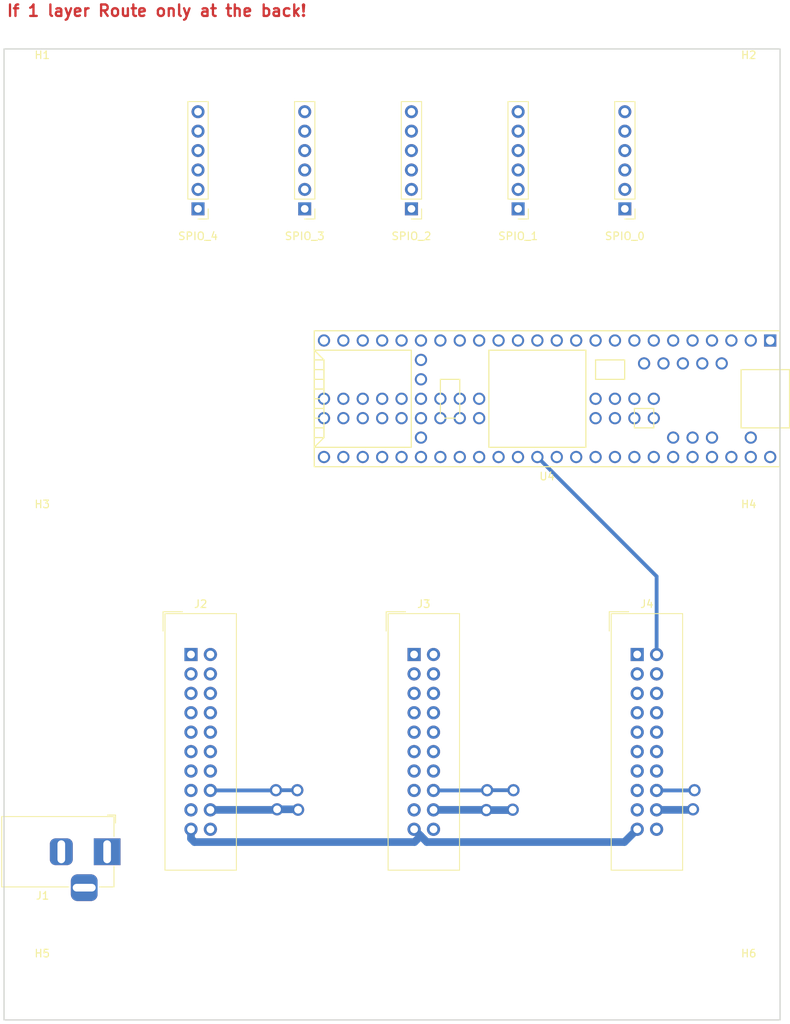
<source format=kicad_pcb>
(kicad_pcb (version 20171130) (host pcbnew "(5.0.1)-4")

  (general
    (thickness 1.6)
    (drawings 5)
    (tracks 38)
    (zones 0)
    (modules 16)
    (nets 92)
  )

  (page A4)
  (layers
    (0 F.Cu jumper)
    (31 B.Cu signal)
    (33 F.Adhes user)
    (35 F.Paste user)
    (37 F.SilkS user)
    (39 F.Mask user)
    (40 Dwgs.User user)
    (41 Cmts.User user)
    (42 Eco1.User user)
    (43 Eco2.User user)
    (44 Edge.Cuts user)
    (45 Margin user)
    (46 B.CrtYd user)
    (47 F.CrtYd user)
    (49 F.Fab user)
  )

  (setup
    (last_trace_width 0.5)
    (trace_clearance 0.31)
    (zone_clearance 0.508)
    (zone_45_only no)
    (trace_min 0.2)
    (segment_width 0.2)
    (edge_width 0.15)
    (via_size 1.6)
    (via_drill 1)
    (via_min_size 0.4)
    (via_min_drill 0.3)
    (uvia_size 0.3)
    (uvia_drill 0.1)
    (uvias_allowed no)
    (uvia_min_size 0.2)
    (uvia_min_drill 0.1)
    (pcb_text_width 0.3)
    (pcb_text_size 1.5 1.5)
    (mod_edge_width 0.15)
    (mod_text_size 0.000001 0.000001)
    (mod_text_width 0.15)
    (pad_size 3.2 3.2)
    (pad_drill 3.2)
    (pad_to_mask_clearance 0.051)
    (solder_mask_min_width 0.25)
    (aux_axis_origin 0 0)
    (visible_elements 7FFFFFFF)
    (pcbplotparams
      (layerselection 0x010fc_ffffffff)
      (usegerberextensions false)
      (usegerberattributes false)
      (usegerberadvancedattributes false)
      (creategerberjobfile false)
      (excludeedgelayer true)
      (linewidth 0.100000)
      (plotframeref false)
      (viasonmask false)
      (mode 1)
      (useauxorigin false)
      (hpglpennumber 1)
      (hpglpenspeed 20)
      (hpglpendiameter 15.000000)
      (psnegative false)
      (psa4output false)
      (plotreference true)
      (plotvalue true)
      (plotinvisibletext false)
      (padsonsilk false)
      (subtractmaskfromsilk false)
      (outputformat 1)
      (mirror false)
      (drillshape 1)
      (scaleselection 1)
      (outputdirectory ""))
  )

  (net 0 "")
  (net 1 "Net-(U4-Pad25)")
  (net 2 "Net-(U4-Pad26)")
  (net 3 "Net-(U4-Pad27)")
  (net 4 "Net-(U4-Pad28)")
  (net 5 "Net-(U4-Pad29)")
  (net 6 "Net-(U4-Pad3)")
  (net 7 "Net-(U4-Pad2)")
  (net 8 GND)
  (net 9 "Net-(U4-Pad39)")
  (net 10 "Net-(U4-Pad51)")
  (net 11 "Net-(U4-Pad52)")
  (net 12 "Net-(U4-Pad53)")
  (net 13 "Net-(U4-Pad54)")
  (net 14 "Net-(U4-Pad55)")
  (net 15 "Net-(U4-Pad63)")
  (net 16 "Net-(U4-Pad64)")
  (net 17 "Net-(U4-Pad65)")
  (net 18 "Net-(U4-Pad66)")
  (net 19 "Net-(U4-Pad74)")
  (net 20 "Net-(U4-Pad75)")
  (net 21 "Net-(U4-Pad58)")
  (net 22 "Net-(U4-Pad59)")
  (net 23 "Net-(U4-Pad60)")
  (net 24 "Net-(U4-Pad61)")
  (net 25 /ChamberA.PWM)
  (net 26 /ChamberA.D1)
  (net 27 /ChamberA.D2)
  (net 28 /ChamberA.D3)
  (net 29 /ChamberA.ADC)
  (net 30 /ChamberB.ADC)
  (net 31 /ChamberB.D3)
  (net 32 /ChamberB.D2)
  (net 33 /ChamberB.D1)
  (net 34 /ChamberB.PWM)
  (net 35 /ChamberC.PWM)
  (net 36 /ChamberC.D1)
  (net 37 /ChamberC.D2)
  (net 38 /ChamberC.D3)
  (net 39 /ChamberC.ADC)
  (net 40 /ChamberD.ADC)
  (net 41 /ChamberD.D3)
  (net 42 /ChamberD.D2)
  (net 43 /ChamberD.D1)
  (net 44 /ChamberD.PWM)
  (net 45 /ChamberE.PWM)
  (net 46 /ChamberE.D1)
  (net 47 /ChamberE.D2)
  (net 48 /ChamberE.D3)
  (net 49 /ChamberE.ADC)
  (net 50 /ChamberF.ADC)
  (net 51 /ChamberF.D3)
  (net 52 /ChamberF.D2)
  (net 53 /ChamberF.D1)
  (net 54 /ChamberF.PWM)
  (net 55 /ChamberG.PWM)
  (net 56 /ChamberG.D1)
  (net 57 /ChamberG.D2)
  (net 58 /ChamberG.D3)
  (net 59 /ChamberG.ADC)
  (net 60 /ChamberH.ADC)
  (net 61 /ChamberH.D3)
  (net 62 /ChamberH.D2)
  (net 63 /ChamberH.D1)
  (net 64 /ChamberH.PWM)
  (net 65 /ChamberI.PWM)
  (net 66 /ChamberI.D1)
  (net 67 /ChamberI.D2)
  (net 68 /ChamberI.D3)
  (net 69 /ChamberI.ADC)
  (net 70 /A24)
  (net 71 /D57)
  (net 72 /D56)
  (net 73 /A11)
  (net 74 /A10)
  (net 75 /All.Stby)
  (net 76 /PanicBtn)
  (net 77 +3V3)
  (net 78 /SPI0.MISO)
  (net 79 /SPI0.MOSI)
  (net 80 /SPI0.CS0)
  (net 81 /SPI0.SCK)
  (net 82 "Net-(U4-Pad62)")
  (net 83 VCC)
  (net 84 +12V)
  (net 85 /SPI0.CS4)
  (net 86 /SPI0.CS3)
  (net 87 /SPI0.CS2)
  (net 88 /SPI0.CS1)
  (net 89 "Net-(J2-Pad20)")
  (net 90 "Net-(J3-Pad20)")
  (net 91 "Net-(J4-Pad20)")

  (net_class Default "This is the default net class."
    (clearance 0.31)
    (trace_width 0.5)
    (via_dia 1.6)
    (via_drill 1)
    (uvia_dia 0.3)
    (uvia_drill 0.1)
    (add_net +3V3)
    (add_net /A10)
    (add_net /A11)
    (add_net /A24)
    (add_net /All.Stby)
    (add_net /ChamberA.ADC)
    (add_net /ChamberA.D1)
    (add_net /ChamberA.D2)
    (add_net /ChamberA.D3)
    (add_net /ChamberA.PWM)
    (add_net /ChamberB.ADC)
    (add_net /ChamberB.D1)
    (add_net /ChamberB.D2)
    (add_net /ChamberB.D3)
    (add_net /ChamberB.PWM)
    (add_net /ChamberC.ADC)
    (add_net /ChamberC.D1)
    (add_net /ChamberC.D2)
    (add_net /ChamberC.D3)
    (add_net /ChamberC.PWM)
    (add_net /ChamberD.ADC)
    (add_net /ChamberD.D1)
    (add_net /ChamberD.D2)
    (add_net /ChamberD.D3)
    (add_net /ChamberD.PWM)
    (add_net /ChamberE.ADC)
    (add_net /ChamberE.D1)
    (add_net /ChamberE.D2)
    (add_net /ChamberE.D3)
    (add_net /ChamberE.PWM)
    (add_net /ChamberF.ADC)
    (add_net /ChamberF.D1)
    (add_net /ChamberF.D2)
    (add_net /ChamberF.D3)
    (add_net /ChamberF.PWM)
    (add_net /ChamberG.ADC)
    (add_net /ChamberG.D1)
    (add_net /ChamberG.D2)
    (add_net /ChamberG.D3)
    (add_net /ChamberG.PWM)
    (add_net /ChamberH.ADC)
    (add_net /ChamberH.D1)
    (add_net /ChamberH.D2)
    (add_net /ChamberH.D3)
    (add_net /ChamberH.PWM)
    (add_net /ChamberI.ADC)
    (add_net /ChamberI.D1)
    (add_net /ChamberI.D2)
    (add_net /ChamberI.D3)
    (add_net /ChamberI.PWM)
    (add_net /D56)
    (add_net /D57)
    (add_net /PanicBtn)
    (add_net /SPI0.CS0)
    (add_net /SPI0.CS1)
    (add_net /SPI0.CS2)
    (add_net /SPI0.CS3)
    (add_net /SPI0.CS4)
    (add_net /SPI0.MISO)
    (add_net /SPI0.MOSI)
    (add_net /SPI0.SCK)
    (add_net "Net-(J2-Pad20)")
    (add_net "Net-(J3-Pad20)")
    (add_net "Net-(J4-Pad20)")
    (add_net "Net-(U4-Pad2)")
    (add_net "Net-(U4-Pad25)")
    (add_net "Net-(U4-Pad26)")
    (add_net "Net-(U4-Pad27)")
    (add_net "Net-(U4-Pad28)")
    (add_net "Net-(U4-Pad29)")
    (add_net "Net-(U4-Pad3)")
    (add_net "Net-(U4-Pad39)")
    (add_net "Net-(U4-Pad51)")
    (add_net "Net-(U4-Pad52)")
    (add_net "Net-(U4-Pad53)")
    (add_net "Net-(U4-Pad54)")
    (add_net "Net-(U4-Pad55)")
    (add_net "Net-(U4-Pad58)")
    (add_net "Net-(U4-Pad59)")
    (add_net "Net-(U4-Pad60)")
    (add_net "Net-(U4-Pad61)")
    (add_net "Net-(U4-Pad62)")
    (add_net "Net-(U4-Pad63)")
    (add_net "Net-(U4-Pad64)")
    (add_net "Net-(U4-Pad65)")
    (add_net "Net-(U4-Pad66)")
    (add_net "Net-(U4-Pad74)")
    (add_net "Net-(U4-Pad75)")
    (add_net VCC)
  )

  (net_class Power ""
    (clearance 0.31)
    (trace_width 1)
    (via_dia 1.6)
    (via_drill 1)
    (uvia_dia 0.3)
    (uvia_drill 0.1)
    (add_net +12V)
    (add_net GND)
  )

  (module Connector_PinHeader_2.54mm:PinHeader_1x06_P2.54mm_Vertical (layer F.Cu) (tedit 59FED5CC) (tstamp 5CC2A4E1)
    (at 39.37 20.9093 180)
    (descr "Through hole straight pin header, 1x06, 2.54mm pitch, single row")
    (tags "Through hole pin header THT 1x06 2.54mm single row")
    (path /5CC2D482)
    (fp_text reference SPIO_3 (at 0 -3.575629 180) (layer F.SilkS)
      (effects (font (size 1 1) (thickness 0.15)))
    )
    (fp_text value Conn_01x06_Female (at 0 15.03 180) (layer F.Fab)
      (effects (font (size 1 1) (thickness 0.15)))
    )
    (fp_text user %R (at 0 6.35 270) (layer F.Fab)
      (effects (font (size 1 1) (thickness 0.15)))
    )
    (fp_line (start 1.8 -1.8) (end -1.8 -1.8) (layer F.CrtYd) (width 0.05))
    (fp_line (start 1.8 14.5) (end 1.8 -1.8) (layer F.CrtYd) (width 0.05))
    (fp_line (start -1.8 14.5) (end 1.8 14.5) (layer F.CrtYd) (width 0.05))
    (fp_line (start -1.8 -1.8) (end -1.8 14.5) (layer F.CrtYd) (width 0.05))
    (fp_line (start -1.33 -1.33) (end 0 -1.33) (layer F.SilkS) (width 0.12))
    (fp_line (start -1.33 0) (end -1.33 -1.33) (layer F.SilkS) (width 0.12))
    (fp_line (start -1.33 1.27) (end 1.33 1.27) (layer F.SilkS) (width 0.12))
    (fp_line (start 1.33 1.27) (end 1.33 14.03) (layer F.SilkS) (width 0.12))
    (fp_line (start -1.33 1.27) (end -1.33 14.03) (layer F.SilkS) (width 0.12))
    (fp_line (start -1.33 14.03) (end 1.33 14.03) (layer F.SilkS) (width 0.12))
    (fp_line (start -1.27 -0.635) (end -0.635 -1.27) (layer F.Fab) (width 0.1))
    (fp_line (start -1.27 13.97) (end -1.27 -0.635) (layer F.Fab) (width 0.1))
    (fp_line (start 1.27 13.97) (end -1.27 13.97) (layer F.Fab) (width 0.1))
    (fp_line (start 1.27 -1.27) (end 1.27 13.97) (layer F.Fab) (width 0.1))
    (fp_line (start -0.635 -1.27) (end 1.27 -1.27) (layer F.Fab) (width 0.1))
    (pad 6 thru_hole oval (at 0 12.7 180) (size 1.7 1.7) (drill 1) (layers *.Cu *.Mask)
      (net 78 /SPI0.MISO))
    (pad 5 thru_hole oval (at 0 10.16 180) (size 1.7 1.7) (drill 1) (layers *.Cu *.Mask)
      (net 86 /SPI0.CS3))
    (pad 4 thru_hole oval (at 0 7.62 180) (size 1.7 1.7) (drill 1) (layers *.Cu *.Mask)
      (net 79 /SPI0.MOSI))
    (pad 3 thru_hole oval (at 0 5.08 180) (size 1.7 1.7) (drill 1) (layers *.Cu *.Mask)
      (net 81 /SPI0.SCK))
    (pad 2 thru_hole oval (at 0 2.54 180) (size 1.7 1.7) (drill 1) (layers *.Cu *.Mask)
      (net 8 GND))
    (pad 1 thru_hole rect (at 0 0 180) (size 1.7 1.7) (drill 1) (layers *.Cu *.Mask)
      (net 83 VCC))
    (model ${KISYS3DMOD}/Connector_PinHeader_2.54mm.3dshapes/PinHeader_1x06_P2.54mm_Vertical.wrl
      (at (xyz 0 0 0))
      (scale (xyz 1 1 1))
      (rotate (xyz 0 0 0))
    )
  )

  (module Connector_PinHeader_2.54mm:PinHeader_1x06_P2.54mm_Vertical (layer F.Cu) (tedit 59FED5CC) (tstamp 5CC2A4C7)
    (at 53.34 20.9093 180)
    (descr "Through hole straight pin header, 1x06, 2.54mm pitch, single row")
    (tags "Through hole pin header THT 1x06 2.54mm single row")
    (path /5CC2D3A9)
    (fp_text reference SPIO_2 (at 0 -3.575629 180) (layer F.SilkS)
      (effects (font (size 1 1) (thickness 0.15)))
    )
    (fp_text value Conn_01x06_Female (at 0 15.03 180) (layer F.Fab)
      (effects (font (size 1 1) (thickness 0.15)))
    )
    (fp_line (start -0.635 -1.27) (end 1.27 -1.27) (layer F.Fab) (width 0.1))
    (fp_line (start 1.27 -1.27) (end 1.27 13.97) (layer F.Fab) (width 0.1))
    (fp_line (start 1.27 13.97) (end -1.27 13.97) (layer F.Fab) (width 0.1))
    (fp_line (start -1.27 13.97) (end -1.27 -0.635) (layer F.Fab) (width 0.1))
    (fp_line (start -1.27 -0.635) (end -0.635 -1.27) (layer F.Fab) (width 0.1))
    (fp_line (start -1.33 14.03) (end 1.33 14.03) (layer F.SilkS) (width 0.12))
    (fp_line (start -1.33 1.27) (end -1.33 14.03) (layer F.SilkS) (width 0.12))
    (fp_line (start 1.33 1.27) (end 1.33 14.03) (layer F.SilkS) (width 0.12))
    (fp_line (start -1.33 1.27) (end 1.33 1.27) (layer F.SilkS) (width 0.12))
    (fp_line (start -1.33 0) (end -1.33 -1.33) (layer F.SilkS) (width 0.12))
    (fp_line (start -1.33 -1.33) (end 0 -1.33) (layer F.SilkS) (width 0.12))
    (fp_line (start -1.8 -1.8) (end -1.8 14.5) (layer F.CrtYd) (width 0.05))
    (fp_line (start -1.8 14.5) (end 1.8 14.5) (layer F.CrtYd) (width 0.05))
    (fp_line (start 1.8 14.5) (end 1.8 -1.8) (layer F.CrtYd) (width 0.05))
    (fp_line (start 1.8 -1.8) (end -1.8 -1.8) (layer F.CrtYd) (width 0.05))
    (fp_text user %R (at 0 6.35 270) (layer F.Fab)
      (effects (font (size 1 1) (thickness 0.15)))
    )
    (pad 1 thru_hole rect (at 0 0 180) (size 1.7 1.7) (drill 1) (layers *.Cu *.Mask)
      (net 83 VCC))
    (pad 2 thru_hole oval (at 0 2.54 180) (size 1.7 1.7) (drill 1) (layers *.Cu *.Mask)
      (net 8 GND))
    (pad 3 thru_hole oval (at 0 5.08 180) (size 1.7 1.7) (drill 1) (layers *.Cu *.Mask)
      (net 81 /SPI0.SCK))
    (pad 4 thru_hole oval (at 0 7.62 180) (size 1.7 1.7) (drill 1) (layers *.Cu *.Mask)
      (net 79 /SPI0.MOSI))
    (pad 5 thru_hole oval (at 0 10.16 180) (size 1.7 1.7) (drill 1) (layers *.Cu *.Mask)
      (net 87 /SPI0.CS2))
    (pad 6 thru_hole oval (at 0 12.7 180) (size 1.7 1.7) (drill 1) (layers *.Cu *.Mask)
      (net 78 /SPI0.MISO))
    (model ${KISYS3DMOD}/Connector_PinHeader_2.54mm.3dshapes/PinHeader_1x06_P2.54mm_Vertical.wrl
      (at (xyz 0 0 0))
      (scale (xyz 1 1 1))
      (rotate (xyz 0 0 0))
    )
  )

  (module Connector_PinHeader_2.54mm:PinHeader_1x06_P2.54mm_Vertical (layer F.Cu) (tedit 59FED5CC) (tstamp 5CC2A493)
    (at 81.28 20.9093 180)
    (descr "Through hole straight pin header, 1x06, 2.54mm pitch, single row")
    (tags "Through hole pin header THT 1x06 2.54mm single row")
    (path /5CC2D0B5)
    (fp_text reference SPIO_0 (at 0 -3.575629 180) (layer F.SilkS)
      (effects (font (size 1 1) (thickness 0.15)))
    )
    (fp_text value Conn_01x06_Female (at 0 15.03 180) (layer F.Fab)
      (effects (font (size 1 1) (thickness 0.15)))
    )
    (fp_line (start -0.635 -1.27) (end 1.27 -1.27) (layer F.Fab) (width 0.1))
    (fp_line (start 1.27 -1.27) (end 1.27 13.97) (layer F.Fab) (width 0.1))
    (fp_line (start 1.27 13.97) (end -1.27 13.97) (layer F.Fab) (width 0.1))
    (fp_line (start -1.27 13.97) (end -1.27 -0.635) (layer F.Fab) (width 0.1))
    (fp_line (start -1.27 -0.635) (end -0.635 -1.27) (layer F.Fab) (width 0.1))
    (fp_line (start -1.33 14.03) (end 1.33 14.03) (layer F.SilkS) (width 0.12))
    (fp_line (start -1.33 1.27) (end -1.33 14.03) (layer F.SilkS) (width 0.12))
    (fp_line (start 1.33 1.27) (end 1.33 14.03) (layer F.SilkS) (width 0.12))
    (fp_line (start -1.33 1.27) (end 1.33 1.27) (layer F.SilkS) (width 0.12))
    (fp_line (start -1.33 0) (end -1.33 -1.33) (layer F.SilkS) (width 0.12))
    (fp_line (start -1.33 -1.33) (end 0 -1.33) (layer F.SilkS) (width 0.12))
    (fp_line (start -1.8 -1.8) (end -1.8 14.5) (layer F.CrtYd) (width 0.05))
    (fp_line (start -1.8 14.5) (end 1.8 14.5) (layer F.CrtYd) (width 0.05))
    (fp_line (start 1.8 14.5) (end 1.8 -1.8) (layer F.CrtYd) (width 0.05))
    (fp_line (start 1.8 -1.8) (end -1.8 -1.8) (layer F.CrtYd) (width 0.05))
    (fp_text user %R (at 0 6.35 270) (layer F.Fab)
      (effects (font (size 1 1) (thickness 0.15)))
    )
    (pad 1 thru_hole rect (at 0 0 180) (size 1.7 1.7) (drill 1) (layers *.Cu *.Mask)
      (net 83 VCC))
    (pad 2 thru_hole oval (at 0 2.54 180) (size 1.7 1.7) (drill 1) (layers *.Cu *.Mask)
      (net 8 GND))
    (pad 3 thru_hole oval (at 0 5.08 180) (size 1.7 1.7) (drill 1) (layers *.Cu *.Mask)
      (net 81 /SPI0.SCK))
    (pad 4 thru_hole oval (at 0 7.62 180) (size 1.7 1.7) (drill 1) (layers *.Cu *.Mask)
      (net 79 /SPI0.MOSI))
    (pad 5 thru_hole oval (at 0 10.16 180) (size 1.7 1.7) (drill 1) (layers *.Cu *.Mask)
      (net 80 /SPI0.CS0))
    (pad 6 thru_hole oval (at 0 12.7 180) (size 1.7 1.7) (drill 1) (layers *.Cu *.Mask)
      (net 78 /SPI0.MISO))
    (model ${KISYS3DMOD}/Connector_PinHeader_2.54mm.3dshapes/PinHeader_1x06_P2.54mm_Vertical.wrl
      (at (xyz 0 0 0))
      (scale (xyz 1 1 1))
      (rotate (xyz 0 0 0))
    )
  )

  (module Connector_PinHeader_2.54mm:PinHeader_1x06_P2.54mm_Vertical (layer F.Cu) (tedit 59FED5CC) (tstamp 5CC81BAF)
    (at 25.4 20.9093 180)
    (descr "Through hole straight pin header, 1x06, 2.54mm pitch, single row")
    (tags "Through hole pin header THT 1x06 2.54mm single row")
    (path /5CC2D81F)
    (fp_text reference SPIO_4 (at 0 -3.575629 180) (layer F.SilkS)
      (effects (font (size 1 1) (thickness 0.15)))
    )
    (fp_text value Conn_01x06_Female (at 0 15.03 180) (layer F.Fab)
      (effects (font (size 1 1) (thickness 0.15)))
    )
    (fp_line (start -0.635 -1.27) (end 1.27 -1.27) (layer F.Fab) (width 0.1))
    (fp_line (start 1.27 -1.27) (end 1.27 13.97) (layer F.Fab) (width 0.1))
    (fp_line (start 1.27 13.97) (end -1.27 13.97) (layer F.Fab) (width 0.1))
    (fp_line (start -1.27 13.97) (end -1.27 -0.635) (layer F.Fab) (width 0.1))
    (fp_line (start -1.27 -0.635) (end -0.635 -1.27) (layer F.Fab) (width 0.1))
    (fp_line (start -1.33 14.03) (end 1.33 14.03) (layer F.SilkS) (width 0.12))
    (fp_line (start -1.33 1.27) (end -1.33 14.03) (layer F.SilkS) (width 0.12))
    (fp_line (start 1.33 1.27) (end 1.33 14.03) (layer F.SilkS) (width 0.12))
    (fp_line (start -1.33 1.27) (end 1.33 1.27) (layer F.SilkS) (width 0.12))
    (fp_line (start -1.33 0) (end -1.33 -1.33) (layer F.SilkS) (width 0.12))
    (fp_line (start -1.33 -1.33) (end 0 -1.33) (layer F.SilkS) (width 0.12))
    (fp_line (start -1.8 -1.8) (end -1.8 14.5) (layer F.CrtYd) (width 0.05))
    (fp_line (start -1.8 14.5) (end 1.8 14.5) (layer F.CrtYd) (width 0.05))
    (fp_line (start 1.8 14.5) (end 1.8 -1.8) (layer F.CrtYd) (width 0.05))
    (fp_line (start 1.8 -1.8) (end -1.8 -1.8) (layer F.CrtYd) (width 0.05))
    (fp_text user %R (at 0 6.35 270) (layer F.Fab)
      (effects (font (size 1 1) (thickness 0.15)))
    )
    (pad 1 thru_hole rect (at 0 0 180) (size 1.7 1.7) (drill 1) (layers *.Cu *.Mask)
      (net 83 VCC))
    (pad 2 thru_hole oval (at 0 2.54 180) (size 1.7 1.7) (drill 1) (layers *.Cu *.Mask)
      (net 8 GND))
    (pad 3 thru_hole oval (at 0 5.08 180) (size 1.7 1.7) (drill 1) (layers *.Cu *.Mask)
      (net 81 /SPI0.SCK))
    (pad 4 thru_hole oval (at 0 7.62 180) (size 1.7 1.7) (drill 1) (layers *.Cu *.Mask)
      (net 79 /SPI0.MOSI))
    (pad 5 thru_hole oval (at 0 10.16 180) (size 1.7 1.7) (drill 1) (layers *.Cu *.Mask)
      (net 85 /SPI0.CS4))
    (pad 6 thru_hole oval (at 0 12.7 180) (size 1.7 1.7) (drill 1) (layers *.Cu *.Mask)
      (net 78 /SPI0.MISO))
    (model ${KISYS3DMOD}/Connector_PinHeader_2.54mm.3dshapes/PinHeader_1x06_P2.54mm_Vertical.wrl
      (at (xyz 0 0 0))
      (scale (xyz 1 1 1))
      (rotate (xyz 0 0 0))
    )
  )

  (module Connector_PinHeader_2.54mm:PinHeader_1x06_P2.54mm_Vertical (layer F.Cu) (tedit 59FED5CC) (tstamp 5CC2A4AD)
    (at 67.31 20.9093 180)
    (descr "Through hole straight pin header, 1x06, 2.54mm pitch, single row")
    (tags "Through hole pin header THT 1x06 2.54mm single row")
    (path /5CC2D373)
    (fp_text reference SPIO_1 (at 0 -3.575629 180) (layer F.SilkS)
      (effects (font (size 1 1) (thickness 0.15)))
    )
    (fp_text value Conn_01x06_Female (at 0 15.03 180) (layer F.Fab)
      (effects (font (size 1 1) (thickness 0.15)))
    )
    (fp_text user %R (at 0 6.35 270) (layer F.Fab)
      (effects (font (size 1 1) (thickness 0.15)))
    )
    (fp_line (start 1.8 -1.8) (end -1.8 -1.8) (layer F.CrtYd) (width 0.05))
    (fp_line (start 1.8 14.5) (end 1.8 -1.8) (layer F.CrtYd) (width 0.05))
    (fp_line (start -1.8 14.5) (end 1.8 14.5) (layer F.CrtYd) (width 0.05))
    (fp_line (start -1.8 -1.8) (end -1.8 14.5) (layer F.CrtYd) (width 0.05))
    (fp_line (start -1.33 -1.33) (end 0 -1.33) (layer F.SilkS) (width 0.12))
    (fp_line (start -1.33 0) (end -1.33 -1.33) (layer F.SilkS) (width 0.12))
    (fp_line (start -1.33 1.27) (end 1.33 1.27) (layer F.SilkS) (width 0.12))
    (fp_line (start 1.33 1.27) (end 1.33 14.03) (layer F.SilkS) (width 0.12))
    (fp_line (start -1.33 1.27) (end -1.33 14.03) (layer F.SilkS) (width 0.12))
    (fp_line (start -1.33 14.03) (end 1.33 14.03) (layer F.SilkS) (width 0.12))
    (fp_line (start -1.27 -0.635) (end -0.635 -1.27) (layer F.Fab) (width 0.1))
    (fp_line (start -1.27 13.97) (end -1.27 -0.635) (layer F.Fab) (width 0.1))
    (fp_line (start 1.27 13.97) (end -1.27 13.97) (layer F.Fab) (width 0.1))
    (fp_line (start 1.27 -1.27) (end 1.27 13.97) (layer F.Fab) (width 0.1))
    (fp_line (start -0.635 -1.27) (end 1.27 -1.27) (layer F.Fab) (width 0.1))
    (pad 6 thru_hole oval (at 0 12.7 180) (size 1.7 1.7) (drill 1) (layers *.Cu *.Mask)
      (net 78 /SPI0.MISO))
    (pad 5 thru_hole oval (at 0 10.16 180) (size 1.7 1.7) (drill 1) (layers *.Cu *.Mask)
      (net 88 /SPI0.CS1))
    (pad 4 thru_hole oval (at 0 7.62 180) (size 1.7 1.7) (drill 1) (layers *.Cu *.Mask)
      (net 79 /SPI0.MOSI))
    (pad 3 thru_hole oval (at 0 5.08 180) (size 1.7 1.7) (drill 1) (layers *.Cu *.Mask)
      (net 81 /SPI0.SCK))
    (pad 2 thru_hole oval (at 0 2.54 180) (size 1.7 1.7) (drill 1) (layers *.Cu *.Mask)
      (net 8 GND))
    (pad 1 thru_hole rect (at 0 0 180) (size 1.7 1.7) (drill 1) (layers *.Cu *.Mask)
      (net 83 VCC))
    (model ${KISYS3DMOD}/Connector_PinHeader_2.54mm.3dshapes/PinHeader_1x06_P2.54mm_Vertical.wrl
      (at (xyz 0 0 0))
      (scale (xyz 1 1 1))
      (rotate (xyz 0 0 0))
    )
  )

  (module MountingHole:MountingHole_3.2mm_M3 (layer F.Cu) (tedit 56D1B4CB) (tstamp 5CC82183)
    (at 5 5)
    (descr "Mounting Hole 3.2mm, no annular, M3")
    (tags "mounting hole 3.2mm no annular m3")
    (path /5CB701BB)
    (attr virtual)
    (fp_text reference H1 (at 0 -4.2) (layer F.SilkS)
      (effects (font (size 1 1) (thickness 0.15)))
    )
    (fp_text value MountingHole (at 0 4.2) (layer F.Fab)
      (effects (font (size 1 1) (thickness 0.15)))
    )
    (fp_text user %R (at 0.3 0) (layer F.Fab)
      (effects (font (size 1 1) (thickness 0.15)))
    )
    (fp_circle (center 0 0) (end 3.2 0) (layer Cmts.User) (width 0.15))
    (fp_circle (center 0 0) (end 3.45 0) (layer F.CrtYd) (width 0.05))
    (pad 1 np_thru_hole circle (at 0 0) (size 3.2 3.2) (drill 3.2) (layers *.Cu *.Mask))
  )

  (module MountingHole:MountingHole_3.2mm_M3 (layer F.Cu) (tedit 56D1B4CB) (tstamp 5CBED1D6)
    (at 97.5 5)
    (descr "Mounting Hole 3.2mm, no annular, M3")
    (tags "mounting hole 3.2mm no annular m3")
    (path /5CB704E4)
    (attr virtual)
    (fp_text reference H2 (at 0 -4.2) (layer F.SilkS)
      (effects (font (size 1 1) (thickness 0.15)))
    )
    (fp_text value MountingHole (at 0 4.2) (layer F.Fab)
      (effects (font (size 1 1) (thickness 0.15)))
    )
    (fp_circle (center 0 0) (end 3.45 0) (layer F.CrtYd) (width 0.05))
    (fp_circle (center 0 0) (end 3.2 0) (layer Cmts.User) (width 0.15))
    (fp_text user %R (at 0.3 0) (layer F.Fab)
      (effects (font (size 1 1) (thickness 0.15)))
    )
    (pad 1 np_thru_hole circle (at 0 0) (size 3.2 3.2) (drill 3.2) (layers *.Cu *.Mask))
  )

  (module MountingHole:MountingHole_3.2mm_M3 (layer F.Cu) (tedit 56D1B4CB) (tstamp 5CBED1DE)
    (at 5 63.75)
    (descr "Mounting Hole 3.2mm, no annular, M3")
    (tags "mounting hole 3.2mm no annular m3")
    (path /5CB70540)
    (attr virtual)
    (fp_text reference H3 (at 0 -4.2) (layer F.SilkS)
      (effects (font (size 1 1) (thickness 0.15)))
    )
    (fp_text value MountingHole (at 0 4.2) (layer F.Fab)
      (effects (font (size 1 1) (thickness 0.15)))
    )
    (fp_text user %R (at 0.3 0) (layer F.Fab)
      (effects (font (size 1 1) (thickness 0.15)))
    )
    (fp_circle (center 0 0) (end 3.2 0) (layer Cmts.User) (width 0.15))
    (fp_circle (center 0 0) (end 3.45 0) (layer F.CrtYd) (width 0.05))
    (pad 1 np_thru_hole circle (at 0 0) (size 3.2 3.2) (drill 3.2) (layers *.Cu *.Mask))
  )

  (module MountingHole:MountingHole_3.2mm_M3 (layer F.Cu) (tedit 56D1B4CB) (tstamp 5CBED1E6)
    (at 97.5 63.75)
    (descr "Mounting Hole 3.2mm, no annular, M3")
    (tags "mounting hole 3.2mm no annular m3")
    (path /5CB70598)
    (attr virtual)
    (fp_text reference H4 (at 0 -4.2) (layer F.SilkS)
      (effects (font (size 1 1) (thickness 0.15)))
    )
    (fp_text value MountingHole (at 0 4.2) (layer F.Fab)
      (effects (font (size 1 1) (thickness 0.15)))
    )
    (fp_circle (center 0 0) (end 3.45 0) (layer F.CrtYd) (width 0.05))
    (fp_circle (center 0 0) (end 3.2 0) (layer Cmts.User) (width 0.15))
    (fp_text user %R (at 0.3 0) (layer F.Fab)
      (effects (font (size 1 1) (thickness 0.15)))
    )
    (pad 1 np_thru_hole circle (at 0 0) (size 3.2 3.2) (drill 3.2) (layers *.Cu *.Mask))
  )

  (module teensy:Teensy35_36 (layer F.Cu) (tedit 58E3CF68) (tstamp 5CBF35E3)
    (at 71.1 45.75 180)
    (path /5CB5B701)
    (fp_text reference U4 (at 0 -10.16 180) (layer F.SilkS)
      (effects (font (size 1 1) (thickness 0.15)))
    )
    (fp_text value Teensy3.6 (at 0 10.16 180) (layer F.Fab)
      (effects (font (size 1 1) (thickness 0.15)))
    )
    (fp_line (start -13.97 -3.81) (end -13.97 -1.27) (layer F.SilkS) (width 0.15))
    (fp_line (start -13.97 -1.27) (end -11.43 -1.27) (layer F.SilkS) (width 0.15))
    (fp_line (start -11.43 -1.27) (end -11.43 -3.81) (layer F.SilkS) (width 0.15))
    (fp_line (start -11.43 -3.81) (end -13.97 -3.81) (layer F.SilkS) (width 0.15))
    (fp_line (start -6.35 5.08) (end -10.16 5.08) (layer F.SilkS) (width 0.15))
    (fp_line (start -10.16 5.08) (end -10.16 2.54) (layer F.SilkS) (width 0.15))
    (fp_line (start -10.16 2.54) (end -6.35 2.54) (layer F.SilkS) (width 0.15))
    (fp_line (start -6.35 2.54) (end -6.35 5.08) (layer F.SilkS) (width 0.15))
    (fp_line (start 7.62 6.35) (end 7.62 -6.35) (layer F.SilkS) (width 0.15))
    (fp_line (start -5.08 -6.35) (end -5.08 6.35) (layer F.SilkS) (width 0.15))
    (fp_line (start -5.08 6.35) (end 7.62 6.35) (layer F.SilkS) (width 0.15))
    (fp_line (start -5.08 -6.35) (end 7.62 -6.35) (layer F.SilkS) (width 0.15))
    (fp_line (start 29.21 5.08) (end 30.48 5.08) (layer F.SilkS) (width 0.15))
    (fp_line (start 29.21 3.81) (end 30.48 3.81) (layer F.SilkS) (width 0.15))
    (fp_line (start 29.21 2.54) (end 30.48 2.54) (layer F.SilkS) (width 0.15))
    (fp_line (start 29.21 1.27) (end 30.48 1.27) (layer F.SilkS) (width 0.15))
    (fp_line (start 29.21 0) (end 30.48 0) (layer F.SilkS) (width 0.15))
    (fp_line (start 29.21 -1.27) (end 30.48 -1.27) (layer F.SilkS) (width 0.15))
    (fp_line (start 29.21 -2.54) (end 30.48 -2.54) (layer F.SilkS) (width 0.15))
    (fp_line (start 29.21 -3.81) (end 30.48 -3.81) (layer F.SilkS) (width 0.15))
    (fp_line (start 29.21 -5.08) (end 30.48 -5.08) (layer F.SilkS) (width 0.15))
    (fp_line (start 30.48 6.35) (end 29.21 5.08) (layer F.SilkS) (width 0.15))
    (fp_line (start 29.21 5.08) (end 29.21 -5.08) (layer F.SilkS) (width 0.15))
    (fp_line (start 29.21 -5.08) (end 30.48 -6.35) (layer F.SilkS) (width 0.15))
    (fp_line (start 30.48 -6.35) (end 17.78 -6.35) (layer F.SilkS) (width 0.15))
    (fp_line (start 17.78 -6.35) (end 17.78 6.35) (layer F.SilkS) (width 0.15))
    (fp_line (start 17.78 6.35) (end 30.48 6.35) (layer F.SilkS) (width 0.15))
    (fp_line (start 30.48 -8.89) (end -30.48 -8.89) (layer F.SilkS) (width 0.15))
    (fp_line (start -30.48 8.89) (end 30.48 8.89) (layer F.SilkS) (width 0.15))
    (fp_line (start -30.48 3.81) (end -31.75 3.81) (layer F.SilkS) (width 0.15))
    (fp_line (start -31.75 3.81) (end -31.75 -3.81) (layer F.SilkS) (width 0.15))
    (fp_line (start -31.75 -3.81) (end -30.48 -3.81) (layer F.SilkS) (width 0.15))
    (fp_line (start -25.4 3.81) (end -25.4 -3.81) (layer F.SilkS) (width 0.15))
    (fp_line (start -25.4 -3.81) (end -30.48 -3.81) (layer F.SilkS) (width 0.15))
    (fp_line (start -25.4 3.81) (end -30.48 3.81) (layer F.SilkS) (width 0.15))
    (fp_line (start 13.97 -2.54) (end 13.97 2.54) (layer F.SilkS) (width 0.15))
    (fp_line (start 13.97 2.54) (end 11.43 2.54) (layer F.SilkS) (width 0.15))
    (fp_line (start 11.43 2.54) (end 11.43 -2.54) (layer F.SilkS) (width 0.15))
    (fp_line (start 11.43 -2.54) (end 13.97 -2.54) (layer F.SilkS) (width 0.15))
    (fp_line (start 30.48 -8.89) (end 30.48 8.89) (layer F.SilkS) (width 0.15))
    (fp_line (start -30.48 8.89) (end -30.48 -8.89) (layer F.SilkS) (width 0.15))
    (pad 17 thru_hole circle (at 11.43 7.62 180) (size 1.6 1.6) (drill 1.1) (layers *.Cu *.Mask)
      (net 75 /All.Stby))
    (pad 18 thru_hole circle (at 13.97 7.62 180) (size 1.6 1.6) (drill 1.1) (layers *.Cu *.Mask)
      (net 28 /ChamberA.D3))
    (pad 19 thru_hole circle (at 16.51 7.62 180) (size 1.6 1.6) (drill 1.1) (layers *.Cu *.Mask)
      (net 33 /ChamberB.D1))
    (pad 20 thru_hole circle (at 19.05 7.62 180) (size 1.6 1.6) (drill 1.1) (layers *.Cu *.Mask)
      (net 32 /ChamberB.D2))
    (pad 16 thru_hole circle (at 8.89 7.62 180) (size 1.6 1.6) (drill 1.1) (layers *.Cu *.Mask)
      (net 76 /PanicBtn))
    (pad 15 thru_hole circle (at 6.35 7.62 180) (size 1.6 1.6) (drill 1.1) (layers *.Cu *.Mask)
      (net 77 +3V3))
    (pad 14 thru_hole circle (at 3.81 7.62 180) (size 1.6 1.6) (drill 1.1) (layers *.Cu *.Mask)
      (net 78 /SPI0.MISO))
    (pad 21 thru_hole circle (at 21.59 7.62 180) (size 1.6 1.6) (drill 1.1) (layers *.Cu *.Mask)
      (net 54 /ChamberF.PWM))
    (pad 22 thru_hole circle (at 24.13 7.62 180) (size 1.6 1.6) (drill 1.1) (layers *.Cu *.Mask)
      (net 55 /ChamberG.PWM))
    (pad 23 thru_hole circle (at 26.67 7.62 180) (size 1.6 1.6) (drill 1.1) (layers *.Cu *.Mask)
      (net 31 /ChamberB.D3))
    (pad 24 thru_hole circle (at 29.21 7.62 180) (size 1.6 1.6) (drill 1.1) (layers *.Cu *.Mask)
      (net 36 /ChamberC.D1))
    (pad 25 thru_hole circle (at 16.51 5.08 180) (size 1.6 1.6) (drill 1.1) (layers *.Cu *.Mask)
      (net 1 "Net-(U4-Pad25)"))
    (pad 26 thru_hole circle (at 16.51 2.54 180) (size 1.6 1.6) (drill 1.1) (layers *.Cu *.Mask)
      (net 2 "Net-(U4-Pad26)"))
    (pad 27 thru_hole circle (at 16.51 0 180) (size 1.6 1.6) (drill 1.1) (layers *.Cu *.Mask)
      (net 3 "Net-(U4-Pad27)"))
    (pad 28 thru_hole circle (at 16.51 -2.54 180) (size 1.6 1.6) (drill 1.1) (layers *.Cu *.Mask)
      (net 4 "Net-(U4-Pad28)"))
    (pad 29 thru_hole circle (at 16.51 -5.08 180) (size 1.6 1.6) (drill 1.1) (layers *.Cu *.Mask)
      (net 5 "Net-(U4-Pad29)"))
    (pad 30 thru_hole circle (at 29.21 -7.62 180) (size 1.6 1.6) (drill 1.1) (layers *.Cu *.Mask)
      (net 60 /ChamberH.ADC))
    (pad 31 thru_hole circle (at 26.67 -7.62 180) (size 1.6 1.6) (drill 1.1) (layers *.Cu *.Mask)
      (net 59 /ChamberG.ADC))
    (pad 32 thru_hole circle (at 24.13 -7.62 180) (size 1.6 1.6) (drill 1.1) (layers *.Cu *.Mask)
      (net 50 /ChamberF.ADC))
    (pad 33 thru_hole circle (at 21.59 -7.62 180) (size 1.6 1.6) (drill 1.1) (layers *.Cu *.Mask)
      (net 49 /ChamberE.ADC))
    (pad 34 thru_hole circle (at 19.05 -7.62 180) (size 1.6 1.6) (drill 1.1) (layers *.Cu *.Mask)
      (net 40 /ChamberD.ADC))
    (pad 35 thru_hole circle (at 16.51 -7.62 180) (size 1.6 1.6) (drill 1.1) (layers *.Cu *.Mask)
      (net 39 /ChamberC.ADC))
    (pad 36 thru_hole circle (at 13.97 -7.62 180) (size 1.6 1.6) (drill 1.1) (layers *.Cu *.Mask)
      (net 30 /ChamberB.ADC))
    (pad 37 thru_hole circle (at 11.43 -7.62 180) (size 1.6 1.6) (drill 1.1) (layers *.Cu *.Mask)
      (net 29 /ChamberA.ADC))
    (pad 13 thru_hole circle (at 1.27 7.62 180) (size 1.6 1.6) (drill 1.1) (layers *.Cu *.Mask)
      (net 79 /SPI0.MOSI))
    (pad 12 thru_hole circle (at -1.27 7.62 180) (size 1.6 1.6) (drill 1.1) (layers *.Cu *.Mask)
      (net 80 /SPI0.CS0))
    (pad 11 thru_hole circle (at -3.81 7.62 180) (size 1.6 1.6) (drill 1.1) (layers *.Cu *.Mask)
      (net 27 /ChamberA.D2))
    (pad 10 thru_hole circle (at -6.35 7.62 180) (size 1.6 1.6) (drill 1.1) (layers *.Cu *.Mask)
      (net 45 /ChamberE.PWM))
    (pad 9 thru_hole circle (at -8.89 7.62 180) (size 1.6 1.6) (drill 1.1) (layers *.Cu *.Mask)
      (net 44 /ChamberD.PWM))
    (pad 8 thru_hole circle (at -11.43 7.62 180) (size 1.6 1.6) (drill 1.1) (layers *.Cu *.Mask)
      (net 34 /ChamberB.PWM))
    (pad 7 thru_hole circle (at -13.97 7.62 180) (size 1.6 1.6) (drill 1.1) (layers *.Cu *.Mask)
      (net 25 /ChamberA.PWM))
    (pad 6 thru_hole circle (at -16.51 7.62 180) (size 1.6 1.6) (drill 1.1) (layers *.Cu *.Mask)
      (net 26 /ChamberA.D1))
    (pad 5 thru_hole circle (at -19.05 7.62 180) (size 1.6 1.6) (drill 1.1) (layers *.Cu *.Mask)
      (net 64 /ChamberH.PWM))
    (pad 4 thru_hole circle (at -21.59 7.62 180) (size 1.6 1.6) (drill 1.1) (layers *.Cu *.Mask)
      (net 35 /ChamberC.PWM))
    (pad 3 thru_hole circle (at -24.13 7.62 180) (size 1.6 1.6) (drill 1.1) (layers *.Cu *.Mask)
      (net 6 "Net-(U4-Pad3)"))
    (pad 2 thru_hole circle (at -26.67 7.62 180) (size 1.6 1.6) (drill 1.1) (layers *.Cu *.Mask)
      (net 7 "Net-(U4-Pad2)"))
    (pad 1 thru_hole rect (at -29.21 7.62 180) (size 1.6 1.6) (drill 1.1) (layers *.Cu *.Mask)
      (net 8 GND))
    (pad 38 thru_hole circle (at 8.89 -7.62 180) (size 1.6 1.6) (drill 1.1) (layers *.Cu *.Mask)
      (net 57 /ChamberG.D2))
    (pad 39 thru_hole circle (at 6.35 -7.62 180) (size 1.6 1.6) (drill 1.1) (layers *.Cu *.Mask)
      (net 9 "Net-(U4-Pad39)"))
    (pad 40 thru_hole circle (at 3.81 -7.62 180) (size 1.6 1.6) (drill 1.1) (layers *.Cu *.Mask)
      (net 81 /SPI0.SCK))
    (pad 41 thru_hole circle (at 1.27 -7.62 180) (size 1.6 1.6) (drill 1.1) (layers *.Cu *.Mask)
      (net 56 /ChamberG.D1))
    (pad 42 thru_hole circle (at -1.27 -7.62 180) (size 1.6 1.6) (drill 1.1) (layers *.Cu *.Mask)
      (net 51 /ChamberF.D3))
    (pad 43 thru_hole circle (at -3.81 -7.62 180) (size 1.6 1.6) (drill 1.1) (layers *.Cu *.Mask)
      (net 52 /ChamberF.D2))
    (pad 44 thru_hole circle (at -6.35 -7.62 180) (size 1.6 1.6) (drill 1.1) (layers *.Cu *.Mask)
      (net 65 /ChamberI.PWM))
    (pad 45 thru_hole circle (at -8.89 -7.62 180) (size 1.6 1.6) (drill 1.1) (layers *.Cu *.Mask)
      (net 53 /ChamberF.D1))
    (pad 46 thru_hole circle (at -11.43 -7.62 180) (size 1.6 1.6) (drill 1.1) (layers *.Cu *.Mask)
      (net 48 /ChamberE.D3))
    (pad 47 thru_hole circle (at -13.97 -7.62 180) (size 1.6 1.6) (drill 1.1) (layers *.Cu *.Mask)
      (net 47 /ChamberE.D2))
    (pad 48 thru_hole circle (at -16.51 -7.62 180) (size 1.6 1.6) (drill 1.1) (layers *.Cu *.Mask)
      (net 46 /ChamberE.D1))
    (pad 49 thru_hole circle (at -19.05 -7.62 180) (size 1.6 1.6) (drill 1.1) (layers *.Cu *.Mask)
      (net 41 /ChamberD.D3))
    (pad 50 thru_hole circle (at -21.59 -7.62 180) (size 1.6 1.6) (drill 1.1) (layers *.Cu *.Mask)
      (net 42 /ChamberD.D2))
    (pad 51 thru_hole circle (at -24.13 -7.62 180) (size 1.6 1.6) (drill 1.1) (layers *.Cu *.Mask)
      (net 10 "Net-(U4-Pad51)"))
    (pad 52 thru_hole circle (at -26.67 -7.62 180) (size 1.6 1.6) (drill 1.1) (layers *.Cu *.Mask)
      (net 11 "Net-(U4-Pad52)"))
    (pad 53 thru_hole circle (at -29.21 -7.62 180) (size 1.6 1.6) (drill 1.1) (layers *.Cu *.Mask)
      (net 12 "Net-(U4-Pad53)"))
    (pad 54 thru_hole circle (at -26.67 -5.08 180) (size 1.6 1.6) (drill 1.1) (layers *.Cu *.Mask)
      (net 13 "Net-(U4-Pad54)"))
    (pad 55 thru_hole circle (at -21.59 -5.08 180) (size 1.6 1.6) (drill 1.1) (layers *.Cu *.Mask)
      (net 14 "Net-(U4-Pad55)"))
    (pad 56 thru_hole circle (at -19.05 -5.08 180) (size 1.6 1.6) (drill 1.1) (layers *.Cu *.Mask)
      (net 74 /A10))
    (pad 57 thru_hole circle (at -16.51 -5.08 180) (size 1.6 1.6) (drill 1.1) (layers *.Cu *.Mask)
      (net 73 /A11))
    (pad 63 thru_hole circle (at -13.97 0 180) (size 1.6 1.6) (drill 1.1) (layers *.Cu *.Mask)
      (net 15 "Net-(U4-Pad63)"))
    (pad 64 thru_hole circle (at -11.43 0 180) (size 1.6 1.6) (drill 1.1) (layers *.Cu *.Mask)
      (net 16 "Net-(U4-Pad64)"))
    (pad 65 thru_hole circle (at -8.89 0 180) (size 1.6 1.6) (drill 1.1) (layers *.Cu *.Mask)
      (net 17 "Net-(U4-Pad65)"))
    (pad 66 thru_hole circle (at -6.35 0 180) (size 1.6 1.6) (drill 1.1) (layers *.Cu *.Mask)
      (net 18 "Net-(U4-Pad66)"))
    (pad 67 thru_hole circle (at 8.89 0 180) (size 1.6 1.6) (drill 1.1) (layers *.Cu *.Mask)
      (net 37 /ChamberC.D2))
    (pad 68 thru_hole circle (at 11.43 0 180) (size 1.6 1.6) (drill 1.1) (layers *.Cu *.Mask)
      (net 67 /ChamberI.D2))
    (pad 69 thru_hole circle (at 13.97 0 180) (size 1.6 1.6) (drill 1.1) (layers *.Cu *.Mask)
      (net 66 /ChamberI.D1))
    (pad 70 thru_hole circle (at 19.05 0 180) (size 1.6 1.6) (drill 1.1) (layers *.Cu *.Mask)
      (net 61 /ChamberH.D3))
    (pad 71 thru_hole circle (at 21.59 0 180) (size 1.6 1.6) (drill 1.1) (layers *.Cu *.Mask)
      (net 62 /ChamberH.D2))
    (pad 72 thru_hole circle (at 24.13 0 180) (size 1.6 1.6) (drill 1.1) (layers *.Cu *.Mask)
      (net 63 /ChamberH.D1))
    (pad 73 thru_hole circle (at 26.67 0 180) (size 1.6 1.6) (drill 1.1) (layers *.Cu *.Mask)
      (net 58 /ChamberG.D3))
    (pad 74 thru_hole circle (at 29.21 0 180) (size 1.6 1.6) (drill 1.1) (layers *.Cu *.Mask)
      (net 19 "Net-(U4-Pad74)"))
    (pad 75 thru_hole circle (at 29.21 -2.54 180) (size 1.6 1.6) (drill 1.1) (layers *.Cu *.Mask)
      (net 20 "Net-(U4-Pad75)"))
    (pad 76 thru_hole circle (at 26.67 -2.54 180) (size 1.6 1.6) (drill 1.1) (layers *.Cu *.Mask)
      (net 38 /ChamberC.D3))
    (pad 77 thru_hole circle (at 24.13 -2.54 180) (size 1.6 1.6) (drill 1.1) (layers *.Cu *.Mask)
      (net 43 /ChamberD.D1))
    (pad 78 thru_hole circle (at 21.59 -2.54 180) (size 1.6 1.6) (drill 1.1) (layers *.Cu *.Mask)
      (net 69 /ChamberI.ADC))
    (pad 79 thru_hole circle (at 19.05 -2.54 180) (size 1.6 1.6) (drill 1.1) (layers *.Cu *.Mask)
      (net 70 /A24))
    (pad 80 thru_hole circle (at 13.97 -2.54 180) (size 1.6 1.6) (drill 1.1) (layers *.Cu *.Mask)
      (net 85 /SPI0.CS4))
    (pad 81 thru_hole circle (at 11.43 -2.54 180) (size 1.6 1.6) (drill 1.1) (layers *.Cu *.Mask)
      (net 86 /SPI0.CS3))
    (pad 82 thru_hole circle (at 8.89 -2.54 180) (size 1.6 1.6) (drill 1.1) (layers *.Cu *.Mask)
      (net 87 /SPI0.CS2))
    (pad 83 thru_hole circle (at -6.35 -2.54 180) (size 1.6 1.6) (drill 1.1) (layers *.Cu *.Mask)
      (net 88 /SPI0.CS1))
    (pad 84 thru_hole circle (at -8.89 -2.54 180) (size 1.6 1.6) (drill 1.1) (layers *.Cu *.Mask)
      (net 68 /ChamberI.D3))
    (pad 85 thru_hole circle (at -11.43 -2.54 180) (size 1.6 1.6) (drill 1.1) (layers *.Cu *.Mask)
      (net 72 /D56))
    (pad 86 thru_hole circle (at -13.97 -2.54 180) (size 1.6 1.6) (drill 1.1) (layers *.Cu *.Mask)
      (net 71 /D57))
    (pad 58 thru_hole circle (at -22.86 4.62 180) (size 1.6 1.6) (drill 1.1) (layers *.Cu *.Mask)
      (net 21 "Net-(U4-Pad58)"))
    (pad 59 thru_hole circle (at -20.32 4.62 180) (size 1.6 1.6) (drill 1.1) (layers *.Cu *.Mask)
      (net 22 "Net-(U4-Pad59)"))
    (pad 60 thru_hole circle (at -17.78 4.62 180) (size 1.6 1.6) (drill 1.1) (layers *.Cu *.Mask)
      (net 23 "Net-(U4-Pad60)"))
    (pad 61 thru_hole circle (at -15.24 4.62 180) (size 1.6 1.6) (drill 1.1) (layers *.Cu *.Mask)
      (net 24 "Net-(U4-Pad61)"))
    (pad 62 thru_hole circle (at -12.7 4.62 180) (size 1.6 1.6) (drill 1.1) (layers *.Cu *.Mask)
      (net 82 "Net-(U4-Pad62)"))
  )

  (module MountingHole:MountingHole_3.2mm_M3 (layer F.Cu) (tedit 56D1B4CB) (tstamp 5CBF01B4)
    (at 5 122.5)
    (descr "Mounting Hole 3.2mm, no annular, M3")
    (tags "mounting hole 3.2mm no annular m3")
    (path /5CBF1181)
    (attr virtual)
    (fp_text reference H5 (at 0 -4.2) (layer F.SilkS)
      (effects (font (size 1 1) (thickness 0.15)))
    )
    (fp_text value MountingHole (at 0 4.2) (layer F.Fab)
      (effects (font (size 1 1) (thickness 0.15)))
    )
    (fp_text user %R (at 0.3 0) (layer F.Fab)
      (effects (font (size 1 1) (thickness 0.15)))
    )
    (fp_circle (center 0 0) (end 3.2 0) (layer Cmts.User) (width 0.15))
    (fp_circle (center 0 0) (end 3.45 0) (layer F.CrtYd) (width 0.05))
    (pad 1 np_thru_hole circle (at 0 0) (size 3.2 3.2) (drill 3.2) (layers *.Cu *.Mask))
  )

  (module MountingHole:MountingHole_3.2mm_M3 (layer F.Cu) (tedit 56D1B4CB) (tstamp 5CBF01BC)
    (at 97.5 122.5)
    (descr "Mounting Hole 3.2mm, no annular, M3")
    (tags "mounting hole 3.2mm no annular m3")
    (path /5CBF1188)
    (attr virtual)
    (fp_text reference H6 (at 0 -4.2) (layer F.SilkS)
      (effects (font (size 1 1) (thickness 0.15)))
    )
    (fp_text value MountingHole (at 0 4.2) (layer F.Fab)
      (effects (font (size 1 1) (thickness 0.15)))
    )
    (fp_circle (center 0 0) (end 3.45 0) (layer F.CrtYd) (width 0.05))
    (fp_circle (center 0 0) (end 3.2 0) (layer Cmts.User) (width 0.15))
    (fp_text user %R (at 0.3 0) (layer F.Fab)
      (effects (font (size 1 1) (thickness 0.15)))
    )
    (pad 1 np_thru_hole circle (at 0 0) (size 3.2 3.2) (drill 3.2) (layers *.Cu *.Mask))
  )

  (module Connector_BarrelJack:BarrelJack_Horizontal (layer F.Cu) (tedit 5A1DBF6A) (tstamp 5CC2A6B0)
    (at 13.5 105)
    (descr "DC Barrel Jack")
    (tags "Power Jack")
    (path /5CC2EC84)
    (fp_text reference J1 (at -8.45 5.75) (layer F.SilkS)
      (effects (font (size 1 1) (thickness 0.15)))
    )
    (fp_text value Jack-DC (at -6.2 -5.5) (layer F.Fab)
      (effects (font (size 1 1) (thickness 0.15)))
    )
    (fp_text user %R (at -3 -2.95) (layer F.Fab)
      (effects (font (size 1 1) (thickness 0.15)))
    )
    (fp_line (start -0.003213 -4.505425) (end 0.8 -3.75) (layer F.Fab) (width 0.1))
    (fp_line (start 1.1 -3.75) (end 1.1 -4.8) (layer F.SilkS) (width 0.12))
    (fp_line (start 0.05 -4.8) (end 1.1 -4.8) (layer F.SilkS) (width 0.12))
    (fp_line (start 1 -4.5) (end 1 -4.75) (layer F.CrtYd) (width 0.05))
    (fp_line (start 1 -4.75) (end -14 -4.75) (layer F.CrtYd) (width 0.05))
    (fp_line (start 1 -4.5) (end 1 -2) (layer F.CrtYd) (width 0.05))
    (fp_line (start 1 -2) (end 2 -2) (layer F.CrtYd) (width 0.05))
    (fp_line (start 2 -2) (end 2 2) (layer F.CrtYd) (width 0.05))
    (fp_line (start 2 2) (end 1 2) (layer F.CrtYd) (width 0.05))
    (fp_line (start 1 2) (end 1 4.75) (layer F.CrtYd) (width 0.05))
    (fp_line (start 1 4.75) (end -1 4.75) (layer F.CrtYd) (width 0.05))
    (fp_line (start -1 4.75) (end -1 6.75) (layer F.CrtYd) (width 0.05))
    (fp_line (start -1 6.75) (end -5 6.75) (layer F.CrtYd) (width 0.05))
    (fp_line (start -5 6.75) (end -5 4.75) (layer F.CrtYd) (width 0.05))
    (fp_line (start -5 4.75) (end -14 4.75) (layer F.CrtYd) (width 0.05))
    (fp_line (start -14 4.75) (end -14 -4.75) (layer F.CrtYd) (width 0.05))
    (fp_line (start -5 4.6) (end -13.8 4.6) (layer F.SilkS) (width 0.12))
    (fp_line (start -13.8 4.6) (end -13.8 -4.6) (layer F.SilkS) (width 0.12))
    (fp_line (start 0.9 1.9) (end 0.9 4.6) (layer F.SilkS) (width 0.12))
    (fp_line (start 0.9 4.6) (end -1 4.6) (layer F.SilkS) (width 0.12))
    (fp_line (start -13.8 -4.6) (end 0.9 -4.6) (layer F.SilkS) (width 0.12))
    (fp_line (start 0.9 -4.6) (end 0.9 -2) (layer F.SilkS) (width 0.12))
    (fp_line (start -10.2 -4.5) (end -10.2 4.5) (layer F.Fab) (width 0.1))
    (fp_line (start -13.7 -4.5) (end -13.7 4.5) (layer F.Fab) (width 0.1))
    (fp_line (start -13.7 4.5) (end 0.8 4.5) (layer F.Fab) (width 0.1))
    (fp_line (start 0.8 4.5) (end 0.8 -3.75) (layer F.Fab) (width 0.1))
    (fp_line (start 0 -4.5) (end -13.7 -4.5) (layer F.Fab) (width 0.1))
    (pad 1 thru_hole rect (at 0 0) (size 3.5 3.5) (drill oval 1 3) (layers *.Cu *.Mask)
      (net 84 +12V))
    (pad 2 thru_hole roundrect (at -6 0) (size 3 3.5) (drill oval 1 3) (layers *.Cu *.Mask) (roundrect_rratio 0.25)
      (net 8 GND))
    (pad 3 thru_hole roundrect (at -3 4.7) (size 3.5 3.5) (drill oval 3 1) (layers *.Cu *.Mask) (roundrect_rratio 0.25))
    (model ${KISYS3DMOD}/Connector_BarrelJack.3dshapes/BarrelJack_Horizontal.wrl
      (at (xyz 0 0 0))
      (scale (xyz 1 1 1))
      (rotate (xyz 0 0 0))
    )
  )

  (module Connector_IDC:IDC-Header_2x10_P2.54mm_Vertical (layer F.Cu) (tedit 59DE0251) (tstamp 5CD961D5)
    (at 24.48 79.2)
    (descr "Through hole straight IDC box header, 2x10, 2.54mm pitch, double rows")
    (tags "Through hole IDC box header THT 2x10 2.54mm double row")
    (path /5CCAA497)
    (fp_text reference J2 (at 1.27 -6.604) (layer F.SilkS)
      (effects (font (size 1 1) (thickness 0.15)))
    )
    (fp_text value Conn_01x20_Female (at 1.27 29.464) (layer F.Fab)
      (effects (font (size 1 1) (thickness 0.15)))
    )
    (fp_text user %R (at 1.27 11.43) (layer F.Fab)
      (effects (font (size 1 1) (thickness 0.15)))
    )
    (fp_line (start 5.695 -5.1) (end 5.695 27.96) (layer F.Fab) (width 0.1))
    (fp_line (start 5.145 -4.56) (end 5.145 27.4) (layer F.Fab) (width 0.1))
    (fp_line (start -3.155 -5.1) (end -3.155 27.96) (layer F.Fab) (width 0.1))
    (fp_line (start -2.605 -4.56) (end -2.605 9.18) (layer F.Fab) (width 0.1))
    (fp_line (start -2.605 13.68) (end -2.605 27.4) (layer F.Fab) (width 0.1))
    (fp_line (start -2.605 9.18) (end -3.155 9.18) (layer F.Fab) (width 0.1))
    (fp_line (start -2.605 13.68) (end -3.155 13.68) (layer F.Fab) (width 0.1))
    (fp_line (start 5.695 -5.1) (end -3.155 -5.1) (layer F.Fab) (width 0.1))
    (fp_line (start 5.145 -4.56) (end -2.605 -4.56) (layer F.Fab) (width 0.1))
    (fp_line (start 5.695 27.96) (end -3.155 27.96) (layer F.Fab) (width 0.1))
    (fp_line (start 5.145 27.4) (end -2.605 27.4) (layer F.Fab) (width 0.1))
    (fp_line (start 5.695 -5.1) (end 5.145 -4.56) (layer F.Fab) (width 0.1))
    (fp_line (start 5.695 27.96) (end 5.145 27.4) (layer F.Fab) (width 0.1))
    (fp_line (start -3.155 -5.1) (end -2.605 -4.56) (layer F.Fab) (width 0.1))
    (fp_line (start -3.155 27.96) (end -2.605 27.4) (layer F.Fab) (width 0.1))
    (fp_line (start 5.95 -5.35) (end 5.95 28.21) (layer F.CrtYd) (width 0.05))
    (fp_line (start 5.95 28.21) (end -3.41 28.21) (layer F.CrtYd) (width 0.05))
    (fp_line (start -3.41 28.21) (end -3.41 -5.35) (layer F.CrtYd) (width 0.05))
    (fp_line (start -3.41 -5.35) (end 5.95 -5.35) (layer F.CrtYd) (width 0.05))
    (fp_line (start 5.945 -5.35) (end 5.945 28.21) (layer F.SilkS) (width 0.12))
    (fp_line (start 5.945 28.21) (end -3.405 28.21) (layer F.SilkS) (width 0.12))
    (fp_line (start -3.405 28.21) (end -3.405 -5.35) (layer F.SilkS) (width 0.12))
    (fp_line (start -3.405 -5.35) (end 5.945 -5.35) (layer F.SilkS) (width 0.12))
    (fp_line (start -3.655 -5.6) (end -3.655 -3.06) (layer F.SilkS) (width 0.12))
    (fp_line (start -3.655 -5.6) (end -1.115 -5.6) (layer F.SilkS) (width 0.12))
    (pad 1 thru_hole rect (at 0 0) (size 1.7272 1.7272) (drill 1.016) (layers *.Cu *.Mask)
      (net 25 /ChamberA.PWM))
    (pad 2 thru_hole oval (at 2.54 0) (size 1.7272 1.7272) (drill 1.016) (layers *.Cu *.Mask)
      (net 26 /ChamberA.D1))
    (pad 3 thru_hole oval (at 0 2.54) (size 1.7272 1.7272) (drill 1.016) (layers *.Cu *.Mask)
      (net 27 /ChamberA.D2))
    (pad 4 thru_hole oval (at 2.54 2.54) (size 1.7272 1.7272) (drill 1.016) (layers *.Cu *.Mask)
      (net 28 /ChamberA.D3))
    (pad 5 thru_hole oval (at 0 5.08) (size 1.7272 1.7272) (drill 1.016) (layers *.Cu *.Mask)
      (net 29 /ChamberA.ADC))
    (pad 6 thru_hole oval (at 2.54 5.08) (size 1.7272 1.7272) (drill 1.016) (layers *.Cu *.Mask)
      (net 34 /ChamberB.PWM))
    (pad 7 thru_hole oval (at 0 7.62) (size 1.7272 1.7272) (drill 1.016) (layers *.Cu *.Mask)
      (net 33 /ChamberB.D1))
    (pad 8 thru_hole oval (at 2.54 7.62) (size 1.7272 1.7272) (drill 1.016) (layers *.Cu *.Mask)
      (net 32 /ChamberB.D2))
    (pad 9 thru_hole oval (at 0 10.16) (size 1.7272 1.7272) (drill 1.016) (layers *.Cu *.Mask)
      (net 31 /ChamberB.D3))
    (pad 10 thru_hole oval (at 2.54 10.16) (size 1.7272 1.7272) (drill 1.016) (layers *.Cu *.Mask)
      (net 30 /ChamberB.ADC))
    (pad 11 thru_hole oval (at 0 12.7) (size 1.7272 1.7272) (drill 1.016) (layers *.Cu *.Mask)
      (net 35 /ChamberC.PWM))
    (pad 12 thru_hole oval (at 2.54 12.7) (size 1.7272 1.7272) (drill 1.016) (layers *.Cu *.Mask)
      (net 36 /ChamberC.D1))
    (pad 13 thru_hole oval (at 0 15.24) (size 1.7272 1.7272) (drill 1.016) (layers *.Cu *.Mask)
      (net 37 /ChamberC.D2))
    (pad 14 thru_hole oval (at 2.54 15.24) (size 1.7272 1.7272) (drill 1.016) (layers *.Cu *.Mask)
      (net 38 /ChamberC.D3))
    (pad 15 thru_hole oval (at 0 17.78) (size 1.7272 1.7272) (drill 1.016) (layers *.Cu *.Mask)
      (net 39 /ChamberC.ADC))
    (pad 16 thru_hole oval (at 2.54 17.78) (size 1.7272 1.7272) (drill 1.016) (layers *.Cu *.Mask)
      (net 83 VCC))
    (pad 17 thru_hole oval (at 0 20.32) (size 1.7272 1.7272) (drill 1.016) (layers *.Cu *.Mask)
      (net 75 /All.Stby))
    (pad 18 thru_hole oval (at 2.54 20.32) (size 1.7272 1.7272) (drill 1.016) (layers *.Cu *.Mask)
      (net 84 +12V))
    (pad 19 thru_hole oval (at 0 22.86) (size 1.7272 1.7272) (drill 1.016) (layers *.Cu *.Mask)
      (net 8 GND))
    (pad 20 thru_hole oval (at 2.54 22.86) (size 1.7272 1.7272) (drill 1.016) (layers *.Cu *.Mask)
      (net 89 "Net-(J2-Pad20)"))
    (model ${KISYS3DMOD}/Connector_IDC.3dshapes/IDC-Header_2x10_P2.54mm_Vertical.wrl
      (at (xyz 0 0 0))
      (scale (xyz 1 1 1))
      (rotate (xyz 0 0 0))
    )
  )

  (module Connector_IDC:IDC-Header_2x10_P2.54mm_Vertical (layer F.Cu) (tedit 59DE0251) (tstamp 5CD96206)
    (at 53.69 79.2)
    (descr "Through hole straight IDC box header, 2x10, 2.54mm pitch, double rows")
    (tags "Through hole IDC box header THT 2x10 2.54mm double row")
    (path /5CCAA7C7)
    (fp_text reference J3 (at 1.27 -6.604) (layer F.SilkS)
      (effects (font (size 1 1) (thickness 0.15)))
    )
    (fp_text value Conn_01x20_Female (at 1.27 29.464) (layer F.Fab)
      (effects (font (size 1 1) (thickness 0.15)))
    )
    (fp_line (start -3.655 -5.6) (end -1.115 -5.6) (layer F.SilkS) (width 0.12))
    (fp_line (start -3.655 -5.6) (end -3.655 -3.06) (layer F.SilkS) (width 0.12))
    (fp_line (start -3.405 -5.35) (end 5.945 -5.35) (layer F.SilkS) (width 0.12))
    (fp_line (start -3.405 28.21) (end -3.405 -5.35) (layer F.SilkS) (width 0.12))
    (fp_line (start 5.945 28.21) (end -3.405 28.21) (layer F.SilkS) (width 0.12))
    (fp_line (start 5.945 -5.35) (end 5.945 28.21) (layer F.SilkS) (width 0.12))
    (fp_line (start -3.41 -5.35) (end 5.95 -5.35) (layer F.CrtYd) (width 0.05))
    (fp_line (start -3.41 28.21) (end -3.41 -5.35) (layer F.CrtYd) (width 0.05))
    (fp_line (start 5.95 28.21) (end -3.41 28.21) (layer F.CrtYd) (width 0.05))
    (fp_line (start 5.95 -5.35) (end 5.95 28.21) (layer F.CrtYd) (width 0.05))
    (fp_line (start -3.155 27.96) (end -2.605 27.4) (layer F.Fab) (width 0.1))
    (fp_line (start -3.155 -5.1) (end -2.605 -4.56) (layer F.Fab) (width 0.1))
    (fp_line (start 5.695 27.96) (end 5.145 27.4) (layer F.Fab) (width 0.1))
    (fp_line (start 5.695 -5.1) (end 5.145 -4.56) (layer F.Fab) (width 0.1))
    (fp_line (start 5.145 27.4) (end -2.605 27.4) (layer F.Fab) (width 0.1))
    (fp_line (start 5.695 27.96) (end -3.155 27.96) (layer F.Fab) (width 0.1))
    (fp_line (start 5.145 -4.56) (end -2.605 -4.56) (layer F.Fab) (width 0.1))
    (fp_line (start 5.695 -5.1) (end -3.155 -5.1) (layer F.Fab) (width 0.1))
    (fp_line (start -2.605 13.68) (end -3.155 13.68) (layer F.Fab) (width 0.1))
    (fp_line (start -2.605 9.18) (end -3.155 9.18) (layer F.Fab) (width 0.1))
    (fp_line (start -2.605 13.68) (end -2.605 27.4) (layer F.Fab) (width 0.1))
    (fp_line (start -2.605 -4.56) (end -2.605 9.18) (layer F.Fab) (width 0.1))
    (fp_line (start -3.155 -5.1) (end -3.155 27.96) (layer F.Fab) (width 0.1))
    (fp_line (start 5.145 -4.56) (end 5.145 27.4) (layer F.Fab) (width 0.1))
    (fp_line (start 5.695 -5.1) (end 5.695 27.96) (layer F.Fab) (width 0.1))
    (fp_text user %R (at 1.27 11.43) (layer F.Fab)
      (effects (font (size 1 1) (thickness 0.15)))
    )
    (pad 20 thru_hole oval (at 2.54 22.86) (size 1.7272 1.7272) (drill 1.016) (layers *.Cu *.Mask)
      (net 90 "Net-(J3-Pad20)"))
    (pad 19 thru_hole oval (at 0 22.86) (size 1.7272 1.7272) (drill 1.016) (layers *.Cu *.Mask)
      (net 8 GND))
    (pad 18 thru_hole oval (at 2.54 20.32) (size 1.7272 1.7272) (drill 1.016) (layers *.Cu *.Mask)
      (net 84 +12V))
    (pad 17 thru_hole oval (at 0 20.32) (size 1.7272 1.7272) (drill 1.016) (layers *.Cu *.Mask)
      (net 75 /All.Stby))
    (pad 16 thru_hole oval (at 2.54 17.78) (size 1.7272 1.7272) (drill 1.016) (layers *.Cu *.Mask)
      (net 83 VCC))
    (pad 15 thru_hole oval (at 0 17.78) (size 1.7272 1.7272) (drill 1.016) (layers *.Cu *.Mask)
      (net 50 /ChamberF.ADC))
    (pad 14 thru_hole oval (at 2.54 15.24) (size 1.7272 1.7272) (drill 1.016) (layers *.Cu *.Mask)
      (net 51 /ChamberF.D3))
    (pad 13 thru_hole oval (at 0 15.24) (size 1.7272 1.7272) (drill 1.016) (layers *.Cu *.Mask)
      (net 52 /ChamberF.D2))
    (pad 12 thru_hole oval (at 2.54 12.7) (size 1.7272 1.7272) (drill 1.016) (layers *.Cu *.Mask)
      (net 53 /ChamberF.D1))
    (pad 11 thru_hole oval (at 0 12.7) (size 1.7272 1.7272) (drill 1.016) (layers *.Cu *.Mask)
      (net 54 /ChamberF.PWM))
    (pad 10 thru_hole oval (at 2.54 10.16) (size 1.7272 1.7272) (drill 1.016) (layers *.Cu *.Mask)
      (net 49 /ChamberE.ADC))
    (pad 9 thru_hole oval (at 0 10.16) (size 1.7272 1.7272) (drill 1.016) (layers *.Cu *.Mask)
      (net 48 /ChamberE.D3))
    (pad 8 thru_hole oval (at 2.54 7.62) (size 1.7272 1.7272) (drill 1.016) (layers *.Cu *.Mask)
      (net 47 /ChamberE.D2))
    (pad 7 thru_hole oval (at 0 7.62) (size 1.7272 1.7272) (drill 1.016) (layers *.Cu *.Mask)
      (net 46 /ChamberE.D1))
    (pad 6 thru_hole oval (at 2.54 5.08) (size 1.7272 1.7272) (drill 1.016) (layers *.Cu *.Mask)
      (net 45 /ChamberE.PWM))
    (pad 5 thru_hole oval (at 0 5.08) (size 1.7272 1.7272) (drill 1.016) (layers *.Cu *.Mask)
      (net 40 /ChamberD.ADC))
    (pad 4 thru_hole oval (at 2.54 2.54) (size 1.7272 1.7272) (drill 1.016) (layers *.Cu *.Mask)
      (net 41 /ChamberD.D3))
    (pad 3 thru_hole oval (at 0 2.54) (size 1.7272 1.7272) (drill 1.016) (layers *.Cu *.Mask)
      (net 42 /ChamberD.D2))
    (pad 2 thru_hole oval (at 2.54 0) (size 1.7272 1.7272) (drill 1.016) (layers *.Cu *.Mask)
      (net 43 /ChamberD.D1))
    (pad 1 thru_hole rect (at 0 0) (size 1.7272 1.7272) (drill 1.016) (layers *.Cu *.Mask)
      (net 44 /ChamberD.PWM))
    (model ${KISYS3DMOD}/Connector_IDC.3dshapes/IDC-Header_2x10_P2.54mm_Vertical.wrl
      (at (xyz 0 0 0))
      (scale (xyz 1 1 1))
      (rotate (xyz 0 0 0))
    )
  )

  (module Connector_IDC:IDC-Header_2x10_P2.54mm_Vertical (layer F.Cu) (tedit 59DE0251) (tstamp 5CD96237)
    (at 82.9 79.2)
    (descr "Through hole straight IDC box header, 2x10, 2.54mm pitch, double rows")
    (tags "Through hole IDC box header THT 2x10 2.54mm double row")
    (path /5CCAA801)
    (fp_text reference J4 (at 1.27 -6.604) (layer F.SilkS)
      (effects (font (size 1 1) (thickness 0.15)))
    )
    (fp_text value Conn_01x20_Female (at 1.27 29.464) (layer F.Fab)
      (effects (font (size 1 1) (thickness 0.15)))
    )
    (fp_text user %R (at 1.27 11.43) (layer F.Fab)
      (effects (font (size 1 1) (thickness 0.15)))
    )
    (fp_line (start 5.695 -5.1) (end 5.695 27.96) (layer F.Fab) (width 0.1))
    (fp_line (start 5.145 -4.56) (end 5.145 27.4) (layer F.Fab) (width 0.1))
    (fp_line (start -3.155 -5.1) (end -3.155 27.96) (layer F.Fab) (width 0.1))
    (fp_line (start -2.605 -4.56) (end -2.605 9.18) (layer F.Fab) (width 0.1))
    (fp_line (start -2.605 13.68) (end -2.605 27.4) (layer F.Fab) (width 0.1))
    (fp_line (start -2.605 9.18) (end -3.155 9.18) (layer F.Fab) (width 0.1))
    (fp_line (start -2.605 13.68) (end -3.155 13.68) (layer F.Fab) (width 0.1))
    (fp_line (start 5.695 -5.1) (end -3.155 -5.1) (layer F.Fab) (width 0.1))
    (fp_line (start 5.145 -4.56) (end -2.605 -4.56) (layer F.Fab) (width 0.1))
    (fp_line (start 5.695 27.96) (end -3.155 27.96) (layer F.Fab) (width 0.1))
    (fp_line (start 5.145 27.4) (end -2.605 27.4) (layer F.Fab) (width 0.1))
    (fp_line (start 5.695 -5.1) (end 5.145 -4.56) (layer F.Fab) (width 0.1))
    (fp_line (start 5.695 27.96) (end 5.145 27.4) (layer F.Fab) (width 0.1))
    (fp_line (start -3.155 -5.1) (end -2.605 -4.56) (layer F.Fab) (width 0.1))
    (fp_line (start -3.155 27.96) (end -2.605 27.4) (layer F.Fab) (width 0.1))
    (fp_line (start 5.95 -5.35) (end 5.95 28.21) (layer F.CrtYd) (width 0.05))
    (fp_line (start 5.95 28.21) (end -3.41 28.21) (layer F.CrtYd) (width 0.05))
    (fp_line (start -3.41 28.21) (end -3.41 -5.35) (layer F.CrtYd) (width 0.05))
    (fp_line (start -3.41 -5.35) (end 5.95 -5.35) (layer F.CrtYd) (width 0.05))
    (fp_line (start 5.945 -5.35) (end 5.945 28.21) (layer F.SilkS) (width 0.12))
    (fp_line (start 5.945 28.21) (end -3.405 28.21) (layer F.SilkS) (width 0.12))
    (fp_line (start -3.405 28.21) (end -3.405 -5.35) (layer F.SilkS) (width 0.12))
    (fp_line (start -3.405 -5.35) (end 5.945 -5.35) (layer F.SilkS) (width 0.12))
    (fp_line (start -3.655 -5.6) (end -3.655 -3.06) (layer F.SilkS) (width 0.12))
    (fp_line (start -3.655 -5.6) (end -1.115 -5.6) (layer F.SilkS) (width 0.12))
    (pad 1 thru_hole rect (at 0 0) (size 1.7272 1.7272) (drill 1.016) (layers *.Cu *.Mask)
      (net 55 /ChamberG.PWM))
    (pad 2 thru_hole oval (at 2.54 0) (size 1.7272 1.7272) (drill 1.016) (layers *.Cu *.Mask)
      (net 56 /ChamberG.D1))
    (pad 3 thru_hole oval (at 0 2.54) (size 1.7272 1.7272) (drill 1.016) (layers *.Cu *.Mask)
      (net 57 /ChamberG.D2))
    (pad 4 thru_hole oval (at 2.54 2.54) (size 1.7272 1.7272) (drill 1.016) (layers *.Cu *.Mask)
      (net 58 /ChamberG.D3))
    (pad 5 thru_hole oval (at 0 5.08) (size 1.7272 1.7272) (drill 1.016) (layers *.Cu *.Mask)
      (net 59 /ChamberG.ADC))
    (pad 6 thru_hole oval (at 2.54 5.08) (size 1.7272 1.7272) (drill 1.016) (layers *.Cu *.Mask)
      (net 64 /ChamberH.PWM))
    (pad 7 thru_hole oval (at 0 7.62) (size 1.7272 1.7272) (drill 1.016) (layers *.Cu *.Mask)
      (net 63 /ChamberH.D1))
    (pad 8 thru_hole oval (at 2.54 7.62) (size 1.7272 1.7272) (drill 1.016) (layers *.Cu *.Mask)
      (net 62 /ChamberH.D2))
    (pad 9 thru_hole oval (at 0 10.16) (size 1.7272 1.7272) (drill 1.016) (layers *.Cu *.Mask)
      (net 61 /ChamberH.D3))
    (pad 10 thru_hole oval (at 2.54 10.16) (size 1.7272 1.7272) (drill 1.016) (layers *.Cu *.Mask)
      (net 60 /ChamberH.ADC))
    (pad 11 thru_hole oval (at 0 12.7) (size 1.7272 1.7272) (drill 1.016) (layers *.Cu *.Mask)
      (net 65 /ChamberI.PWM))
    (pad 12 thru_hole oval (at 2.54 12.7) (size 1.7272 1.7272) (drill 1.016) (layers *.Cu *.Mask)
      (net 66 /ChamberI.D1))
    (pad 13 thru_hole oval (at 0 15.24) (size 1.7272 1.7272) (drill 1.016) (layers *.Cu *.Mask)
      (net 67 /ChamberI.D2))
    (pad 14 thru_hole oval (at 2.54 15.24) (size 1.7272 1.7272) (drill 1.016) (layers *.Cu *.Mask)
      (net 68 /ChamberI.D3))
    (pad 15 thru_hole oval (at 0 17.78) (size 1.7272 1.7272) (drill 1.016) (layers *.Cu *.Mask)
      (net 69 /ChamberI.ADC))
    (pad 16 thru_hole oval (at 2.54 17.78) (size 1.7272 1.7272) (drill 1.016) (layers *.Cu *.Mask)
      (net 83 VCC))
    (pad 17 thru_hole oval (at 0 20.32) (size 1.7272 1.7272) (drill 1.016) (layers *.Cu *.Mask)
      (net 75 /All.Stby))
    (pad 18 thru_hole oval (at 2.54 20.32) (size 1.7272 1.7272) (drill 1.016) (layers *.Cu *.Mask)
      (net 84 +12V))
    (pad 19 thru_hole oval (at 0 22.86) (size 1.7272 1.7272) (drill 1.016) (layers *.Cu *.Mask)
      (net 8 GND))
    (pad 20 thru_hole oval (at 2.54 22.86) (size 1.7272 1.7272) (drill 1.016) (layers *.Cu *.Mask)
      (net 91 "Net-(J4-Pad20)"))
    (model ${KISYS3DMOD}/Connector_IDC.3dshapes/IDC-Header_2x10_P2.54mm_Vertical.wrl
      (at (xyz 0 0 0))
      (scale (xyz 1 1 1))
      (rotate (xyz 0 0 0))
    )
  )

  (gr_text "If 1 layer Route only at the back!" (at 20 -5) (layer F.Cu)
    (effects (font (size 1.5 1.5) (thickness 0.3)))
  )
  (gr_line (start 0 127) (end 101.6 127) (layer Edge.Cuts) (width 0.15))
  (gr_line (start 0 0) (end 0 127) (layer Edge.Cuts) (width 0.15))
  (gr_line (start 0 0) (end 101.6 0) (layer Edge.Cuts) (width 0.15))
  (gr_line (start 101.6 127) (end 101.6 0) (layer Edge.Cuts) (width 0.15))

  (segment (start 54.553599 102.923599) (end 53.69 102.06) (width 1) (layer B.Cu) (net 8))
  (segment (start 55.363601 103.733601) (end 54.553599 102.923599) (width 1) (layer B.Cu) (net 8))
  (segment (start 81.226399 103.733601) (end 55.363601 103.733601) (width 1) (layer B.Cu) (net 8))
  (segment (start 82.9 102.06) (end 81.226399 103.733601) (width 1) (layer B.Cu) (net 8))
  (segment (start 53.743597 103.733601) (end 54.553599 102.923599) (width 1) (layer B.Cu) (net 8))
  (segment (start 24.932287 103.733601) (end 53.743597 103.733601) (width 1) (layer B.Cu) (net 8))
  (segment (start 24.48 103.281314) (end 24.932287 103.733601) (width 1) (layer B.Cu) (net 8))
  (segment (start 24.48 102.06) (end 24.48 103.281314) (width 1) (layer B.Cu) (net 8))
  (segment (start 85.44 68.98) (end 69.83 53.37) (width 0.5) (layer B.Cu) (net 56))
  (segment (start 85.44 79.2) (end 85.44 68.98) (width 0.5) (layer B.Cu) (net 56))
  (via (at 35.6 96.95) (size 1.6) (drill 1) (layers F.Cu B.Cu) (net 83))
  (segment (start 27.02 96.98) (end 35.57 96.98) (width 0.5) (layer B.Cu) (net 83))
  (segment (start 35.57 96.98) (end 35.6 96.95) (width 0.5) (layer B.Cu) (net 83))
  (via (at 63.25 96.95) (size 1.6) (drill 1) (layers F.Cu B.Cu) (net 83))
  (segment (start 56.23 96.98) (end 63.22 96.98) (width 0.5) (layer B.Cu) (net 83))
  (segment (start 63.22 96.98) (end 63.25 96.95) (width 0.5) (layer B.Cu) (net 83))
  (via (at 38.4 96.95) (size 1.6) (drill 1) (layers F.Cu B.Cu) (net 83))
  (segment (start 35.6 96.95) (end 38.4 96.95) (width 0.5) (layer B.Cu) (net 83))
  (via (at 66.7 96.95) (size 1.6) (drill 1) (layers F.Cu B.Cu) (net 83))
  (segment (start 63.25 96.95) (end 66.7 96.95) (width 0.5) (layer B.Cu) (net 83))
  (via (at 90.4 96.95) (size 1.6) (drill 1) (layers F.Cu B.Cu) (net 83))
  (segment (start 85.44 96.98) (end 90.37 96.98) (width 0.5) (layer B.Cu) (net 83))
  (segment (start 90.37 96.98) (end 90.4 96.95) (width 0.5) (layer B.Cu) (net 83))
  (via (at 90.2 99.45) (size 1.6) (drill 1) (layers F.Cu B.Cu) (net 84))
  (segment (start 85.44 99.52) (end 90.13 99.52) (width 1) (layer B.Cu) (net 84))
  (segment (start 90.13 99.52) (end 90.2 99.45) (width 1) (layer B.Cu) (net 84))
  (via (at 63.15 99.55) (size 1.6) (drill 1) (layers F.Cu B.Cu) (net 84))
  (segment (start 56.23 99.52) (end 63.12 99.52) (width 1) (layer B.Cu) (net 84))
  (segment (start 63.12 99.52) (end 63.15 99.55) (width 1) (layer B.Cu) (net 84))
  (via (at 66.6 99.5) (size 1.6) (drill 1) (layers F.Cu B.Cu) (net 84))
  (segment (start 63.15 99.55) (end 66.55 99.55) (width 1) (layer B.Cu) (net 84))
  (segment (start 66.55 99.55) (end 66.6 99.5) (width 1) (layer B.Cu) (net 84))
  (via (at 35.75 99.45) (size 1.6) (drill 1) (layers F.Cu B.Cu) (net 84))
  (segment (start 27.02 99.52) (end 35.68 99.52) (width 1) (layer B.Cu) (net 84))
  (segment (start 35.68 99.52) (end 35.75 99.45) (width 1) (layer B.Cu) (net 84))
  (via (at 38.5 99.5) (size 1.6) (drill 1) (layers F.Cu B.Cu) (net 84))
  (segment (start 35.75 99.45) (end 38.45 99.45) (width 1) (layer B.Cu) (net 84))
  (segment (start 38.45 99.45) (end 38.5 99.5) (width 1) (layer B.Cu) (net 84))

  (zone (net 0) (net_name "") (layer F.Cu) (tstamp 0) (hatch edge 0.508)
    (connect_pads (clearance 0.508))
    (min_thickness 0.254)
    (keepout (tracks not_allowed) (vias not_allowed) (copperpour allowed))
    (fill (arc_segments 16) (thermal_gap 0.508) (thermal_bridge_width 0.508))
    (polygon
      (pts
        (xy 41 37.2) (xy 101.2 37.2) (xy 101.2 39) (xy 41.05 39) (xy 41 38.55)
      )
    )
  )
  (zone (net 0) (net_name "") (layer F.Cu) (tstamp 0) (hatch edge 0.508)
    (connect_pads (clearance 0.508))
    (min_thickness 0.254)
    (keepout (tracks not_allowed) (vias not_allowed) (copperpour allowed))
    (fill (arc_segments 16) (thermal_gap 0.508) (thermal_bridge_width 0.508))
    (polygon
      (pts
        (xy 41.05 54.2) (xy 41.05 52.85) (xy 41.35 52.55) (xy 100.7 52.55) (xy 101.15 53)
        (xy 101.15 54.05) (xy 100.95 54.25) (xy 41.3 54.25)
      )
    )
  )
  (zone (net 0) (net_name "") (layer F.Cu) (tstamp 0) (hatch edge 0.508)
    (connect_pads (clearance 0.508))
    (min_thickness 0.254)
    (keepout (tracks not_allowed) (vias not_allowed) (copperpour allowed))
    (fill (arc_segments 16) (thermal_gap 0.508) (thermal_bridge_width 0.508))
    (polygon
      (pts
        (xy 86.7 50.4) (xy 86.8 51.35) (xy 87.45 51.7) (xy 88.15 51.6) (xy 88.55 50.95)
        (xy 88.25 50.1) (xy 87.45 49.9)
      )
    )
  )
  (zone (net 0) (net_name "") (layer F.Cu) (tstamp 5CE3DC5F) (hatch edge 0.508)
    (connect_pads (clearance 0.508))
    (min_thickness 0.254)
    (keepout (tracks not_allowed) (vias not_allowed) (copperpour allowed))
    (fill (arc_segments 16) (thermal_gap 0.508) (thermal_bridge_width 0.508))
    (polygon
      (pts
        (xy 89.25 50.45) (xy 89.35 51.4) (xy 90 51.75) (xy 90.7 51.65) (xy 91.1 51)
        (xy 90.8 50.15) (xy 90 49.95)
      )
    )
  )
  (zone (net 0) (net_name "") (layer F.Cu) (tstamp 5CE3DC61) (hatch edge 0.508)
    (connect_pads (clearance 0.508))
    (min_thickness 0.254)
    (keepout (tracks not_allowed) (vias not_allowed) (copperpour allowed))
    (fill (arc_segments 16) (thermal_gap 0.508) (thermal_bridge_width 0.508))
    (polygon
      (pts
        (xy 91.8 50.4) (xy 91.9 51.35) (xy 92.55 51.7) (xy 93.25 51.6) (xy 93.65 50.95)
        (xy 93.35 50.1) (xy 92.55 49.9)
      )
    )
  )
  (zone (net 0) (net_name "") (layer F.Cu) (tstamp 5CE3DC63) (hatch edge 0.508)
    (connect_pads (clearance 0.508))
    (min_thickness 0.254)
    (keepout (tracks not_allowed) (vias not_allowed) (copperpour allowed))
    (fill (arc_segments 16) (thermal_gap 0.508) (thermal_bridge_width 0.508))
    (polygon
      (pts
        (xy 96.85 50.45) (xy 96.95 51.4) (xy 97.6 51.75) (xy 98.3 51.65) (xy 98.7 51)
        (xy 98.4 50.15) (xy 97.6 49.95)
      )
    )
  )
  (zone (net 0) (net_name "") (layer F.Cu) (tstamp 5CE3DC65) (hatch edge 0.508)
    (connect_pads (clearance 0.508))
    (min_thickness 0.254)
    (keepout (tracks not_allowed) (vias not_allowed) (copperpour allowed))
    (fill (arc_segments 16) (thermal_gap 0.508) (thermal_bridge_width 0.508))
    (polygon
      (pts
        (xy 93.05 40.7) (xy 93.15 41.65) (xy 93.8 42) (xy 94.5 41.9) (xy 94.9 41.25)
        (xy 94.6 40.4) (xy 93.8 40.2)
      )
    )
  )
  (zone (net 0) (net_name "") (layer F.Cu) (tstamp 5CE3DC67) (hatch edge 0.508)
    (connect_pads (clearance 0.508))
    (min_thickness 0.254)
    (keepout (tracks not_allowed) (vias not_allowed) (copperpour allowed))
    (fill (arc_segments 16) (thermal_gap 0.508) (thermal_bridge_width 0.508))
    (polygon
      (pts
        (xy 90.55 40.7) (xy 90.65 41.65) (xy 91.3 42) (xy 92 41.9) (xy 92.4 41.25)
        (xy 92.1 40.4) (xy 91.3 40.2)
      )
    )
  )
  (zone (net 0) (net_name "") (layer F.Cu) (tstamp 5CE3DC69) (hatch edge 0.508)
    (connect_pads (clearance 0.508))
    (min_thickness 0.254)
    (keepout (tracks not_allowed) (vias not_allowed) (copperpour allowed))
    (fill (arc_segments 16) (thermal_gap 0.508) (thermal_bridge_width 0.508))
    (polygon
      (pts
        (xy 87.95 40.7) (xy 88.05 41.65) (xy 88.7 42) (xy 89.4 41.9) (xy 89.8 41.25)
        (xy 89.5 40.4) (xy 88.7 40.2)
      )
    )
  )
  (zone (net 0) (net_name "") (layer F.Cu) (tstamp 5CE3DC6B) (hatch edge 0.508)
    (connect_pads (clearance 0.508))
    (min_thickness 0.254)
    (keepout (tracks not_allowed) (vias not_allowed) (copperpour allowed))
    (fill (arc_segments 16) (thermal_gap 0.508) (thermal_bridge_width 0.508))
    (polygon
      (pts
        (xy 85.45 40.7) (xy 85.55 41.65) (xy 86.2 42) (xy 86.9 41.9) (xy 87.3 41.25)
        (xy 87 40.4) (xy 86.2 40.2)
      )
    )
  )
  (zone (net 0) (net_name "") (layer F.Cu) (tstamp 5CE3DC6D) (hatch edge 0.508)
    (connect_pads (clearance 0.508))
    (min_thickness 0.254)
    (keepout (tracks not_allowed) (vias not_allowed) (copperpour allowed))
    (fill (arc_segments 16) (thermal_gap 0.508) (thermal_bridge_width 0.508))
    (polygon
      (pts
        (xy 82.9 40.7) (xy 83 41.65) (xy 83.65 42) (xy 84.35 41.9) (xy 84.75 41.25)
        (xy 84.45 40.4) (xy 83.65 40.2)
      )
    )
  )
  (zone (net 0) (net_name "") (layer F.Cu) (tstamp 5CE3DC6F) (hatch edge 0.508)
    (connect_pads (clearance 0.508))
    (min_thickness 0.254)
    (keepout (tracks not_allowed) (vias not_allowed) (copperpour allowed))
    (fill (arc_segments 16) (thermal_gap 0.508) (thermal_bridge_width 0.508))
    (polygon
      (pts
        (xy 84.15 45.35) (xy 84.25 46.3) (xy 84.9 46.65) (xy 85.6 46.55) (xy 86 45.9)
        (xy 85.7 45.05) (xy 84.9 44.85)
      )
    )
  )
  (zone (net 0) (net_name "") (layer F.Cu) (tstamp 5CE3DC71) (hatch edge 0.508)
    (connect_pads (clearance 0.508))
    (min_thickness 0.254)
    (keepout (tracks not_allowed) (vias not_allowed) (copperpour allowed))
    (fill (arc_segments 16) (thermal_gap 0.508) (thermal_bridge_width 0.508))
    (polygon
      (pts
        (xy 81.65 45.35) (xy 81.75 46.3) (xy 82.4 46.65) (xy 83.1 46.55) (xy 83.5 45.9)
        (xy 83.2 45.05) (xy 82.4 44.85)
      )
    )
  )
  (zone (net 0) (net_name "") (layer F.Cu) (tstamp 5CE3DC73) (hatch edge 0.508)
    (connect_pads (clearance 0.508))
    (min_thickness 0.254)
    (keepout (tracks not_allowed) (vias not_allowed) (copperpour allowed))
    (fill (arc_segments 16) (thermal_gap 0.508) (thermal_bridge_width 0.508))
    (polygon
      (pts
        (xy 79.1 45.3) (xy 79.2 46.25) (xy 79.85 46.6) (xy 80.55 46.5) (xy 80.95 45.85)
        (xy 80.65 45) (xy 79.85 44.8)
      )
    )
  )
  (zone (net 0) (net_name "") (layer F.Cu) (tstamp 5CE3DC75) (hatch edge 0.508)
    (connect_pads (clearance 0.508))
    (min_thickness 0.254)
    (keepout (tracks not_allowed) (vias not_allowed) (copperpour allowed))
    (fill (arc_segments 16) (thermal_gap 0.508) (thermal_bridge_width 0.508))
    (polygon
      (pts
        (xy 76.55 45.35) (xy 76.65 46.3) (xy 77.3 46.65) (xy 78 46.55) (xy 78.4 45.9)
        (xy 78.1 45.05) (xy 77.3 44.85)
      )
    )
  )
  (zone (net 0) (net_name "") (layer F.Cu) (tstamp 5CE3DC77) (hatch edge 0.508)
    (connect_pads (clearance 0.508))
    (min_thickness 0.254)
    (keepout (tracks not_allowed) (vias not_allowed) (copperpour allowed))
    (fill (arc_segments 16) (thermal_gap 0.508) (thermal_bridge_width 0.508))
    (polygon
      (pts
        (xy 76.55 47.9) (xy 76.65 48.85) (xy 77.3 49.2) (xy 78 49.1) (xy 78.4 48.45)
        (xy 78.1 47.6) (xy 77.3 47.4)
      )
    )
  )
  (zone (net 0) (net_name "") (layer F.Cu) (tstamp 5CE3DC79) (hatch edge 0.508)
    (connect_pads (clearance 0.508))
    (min_thickness 0.254)
    (keepout (tracks not_allowed) (vias not_allowed) (copperpour allowed))
    (fill (arc_segments 16) (thermal_gap 0.508) (thermal_bridge_width 0.508))
    (polygon
      (pts
        (xy 79.05 47.85) (xy 79.15 48.8) (xy 79.8 49.15) (xy 80.5 49.05) (xy 80.9 48.4)
        (xy 80.6 47.55) (xy 79.8 47.35)
      )
    )
  )
  (zone (net 0) (net_name "") (layer F.Cu) (tstamp 5CE3DC7B) (hatch edge 0.508)
    (connect_pads (clearance 0.508))
    (min_thickness 0.254)
    (keepout (tracks not_allowed) (vias not_allowed) (copperpour allowed))
    (fill (arc_segments 16) (thermal_gap 0.508) (thermal_bridge_width 0.508))
    (polygon
      (pts
        (xy 81.6 47.85) (xy 81.7 48.8) (xy 82.35 49.15) (xy 83.05 49.05) (xy 83.45 48.4)
        (xy 83.15 47.55) (xy 82.35 47.35)
      )
    )
  )
  (zone (net 0) (net_name "") (layer F.Cu) (tstamp 5CE3DC7D) (hatch edge 0.508)
    (connect_pads (clearance 0.508))
    (min_thickness 0.254)
    (keepout (tracks not_allowed) (vias not_allowed) (copperpour allowed))
    (fill (arc_segments 16) (thermal_gap 0.508) (thermal_bridge_width 0.508))
    (polygon
      (pts
        (xy 84.2 47.9) (xy 84.3 48.85) (xy 84.95 49.2) (xy 85.65 49.1) (xy 86.05 48.45)
        (xy 85.75 47.6) (xy 84.95 47.4)
      )
    )
  )
  (zone (net 0) (net_name "") (layer F.Cu) (tstamp 5CE3DC7F) (hatch edge 0.508)
    (connect_pads (clearance 0.508))
    (min_thickness 0.254)
    (keepout (tracks not_allowed) (vias not_allowed) (copperpour allowed))
    (fill (arc_segments 16) (thermal_gap 0.508) (thermal_bridge_width 0.508))
    (polygon
      (pts
        (xy 40.95 45.35) (xy 41.05 46.3) (xy 41.7 46.65) (xy 42.4 46.55) (xy 42.8 45.9)
        (xy 42.5 45.05) (xy 41.7 44.85)
      )
    )
  )
  (zone (net 0) (net_name "") (layer F.Cu) (tstamp 5CE3DC81) (hatch edge 0.508)
    (connect_pads (clearance 0.508))
    (min_thickness 0.254)
    (keepout (tracks not_allowed) (vias not_allowed) (copperpour allowed))
    (fill (arc_segments 16) (thermal_gap 0.508) (thermal_bridge_width 0.508))
    (polygon
      (pts
        (xy 40.95 47.85) (xy 41.05 48.8) (xy 41.7 49.15) (xy 42.4 49.05) (xy 42.8 48.4)
        (xy 42.5 47.55) (xy 41.7 47.35)
      )
    )
  )
  (zone (net 0) (net_name "") (layer F.Cu) (tstamp 5CE3DE16) (hatch edge 0.508)
    (connect_pads (clearance 0.508))
    (min_thickness 0.254)
    (keepout (tracks not_allowed) (vias not_allowed) (copperpour allowed))
    (fill (arc_segments 16) (thermal_gap 0.508) (thermal_bridge_width 0.508))
    (polygon
      (pts
        (xy 43.5 47.85) (xy 43.6 48.8) (xy 44.25 49.15) (xy 44.95 49.05) (xy 45.35 48.4)
        (xy 45.05 47.55) (xy 44.25 47.35)
      )
    )
  )
  (zone (net 0) (net_name "") (layer F.Cu) (tstamp 5CE3DE17) (hatch edge 0.508)
    (connect_pads (clearance 0.508))
    (min_thickness 0.254)
    (keepout (tracks not_allowed) (vias not_allowed) (copperpour allowed))
    (fill (arc_segments 16) (thermal_gap 0.508) (thermal_bridge_width 0.508))
    (polygon
      (pts
        (xy 43.5 45.35) (xy 43.6 46.3) (xy 44.25 46.65) (xy 44.95 46.55) (xy 45.35 45.9)
        (xy 45.05 45.05) (xy 44.25 44.85)
      )
    )
  )
  (zone (net 0) (net_name "") (layer F.Cu) (tstamp 5CE3DE1A) (hatch edge 0.508)
    (connect_pads (clearance 0.508))
    (min_thickness 0.254)
    (keepout (tracks not_allowed) (vias not_allowed) (copperpour allowed))
    (fill (arc_segments 16) (thermal_gap 0.508) (thermal_bridge_width 0.508))
    (polygon
      (pts
        (xy 46.05 45.35) (xy 46.15 46.3) (xy 46.8 46.65) (xy 47.5 46.55) (xy 47.9 45.9)
        (xy 47.6 45.05) (xy 46.8 44.85)
      )
    )
  )
  (zone (net 0) (net_name "") (layer F.Cu) (tstamp 5CE3DE1B) (hatch edge 0.508)
    (connect_pads (clearance 0.508))
    (min_thickness 0.254)
    (keepout (tracks not_allowed) (vias not_allowed) (copperpour allowed))
    (fill (arc_segments 16) (thermal_gap 0.508) (thermal_bridge_width 0.508))
    (polygon
      (pts
        (xy 46.05 47.85) (xy 46.15 48.8) (xy 46.8 49.15) (xy 47.5 49.05) (xy 47.9 48.4)
        (xy 47.6 47.55) (xy 46.8 47.35)
      )
    )
  )
  (zone (net 0) (net_name "") (layer F.Cu) (tstamp 5CE3DE1E) (hatch edge 0.508)
    (connect_pads (clearance 0.508))
    (min_thickness 0.254)
    (keepout (tracks not_allowed) (vias not_allowed) (copperpour allowed))
    (fill (arc_segments 16) (thermal_gap 0.508) (thermal_bridge_width 0.508))
    (polygon
      (pts
        (xy 48.6 45.35) (xy 48.7 46.3) (xy 49.35 46.65) (xy 50.05 46.55) (xy 50.45 45.9)
        (xy 50.15 45.05) (xy 49.35 44.85)
      )
    )
  )
  (zone (net 0) (net_name "") (layer F.Cu) (tstamp 5CE3DE1F) (hatch edge 0.508)
    (connect_pads (clearance 0.508))
    (min_thickness 0.254)
    (keepout (tracks not_allowed) (vias not_allowed) (copperpour allowed))
    (fill (arc_segments 16) (thermal_gap 0.508) (thermal_bridge_width 0.508))
    (polygon
      (pts
        (xy 48.6 47.85) (xy 48.7 48.8) (xy 49.35 49.15) (xy 50.05 49.05) (xy 50.45 48.4)
        (xy 50.15 47.55) (xy 49.35 47.35)
      )
    )
  )
  (zone (net 0) (net_name "") (layer F.Cu) (tstamp 5CE3DE22) (hatch edge 0.508)
    (connect_pads (clearance 0.508))
    (min_thickness 0.254)
    (keepout (tracks not_allowed) (vias not_allowed) (copperpour allowed))
    (fill (arc_segments 16) (thermal_gap 0.508) (thermal_bridge_width 0.508))
    (polygon
      (pts
        (xy 51.15 47.85) (xy 51.25 48.8) (xy 51.9 49.15) (xy 52.6 49.05) (xy 53 48.4)
        (xy 52.7 47.55) (xy 51.9 47.35)
      )
    )
  )
  (zone (net 0) (net_name "") (layer F.Cu) (tstamp 5CE3DE23) (hatch edge 0.508)
    (connect_pads (clearance 0.508))
    (min_thickness 0.254)
    (keepout (tracks not_allowed) (vias not_allowed) (copperpour allowed))
    (fill (arc_segments 16) (thermal_gap 0.508) (thermal_bridge_width 0.508))
    (polygon
      (pts
        (xy 51.15 45.35) (xy 51.25 46.3) (xy 51.9 46.65) (xy 52.6 46.55) (xy 53 45.9)
        (xy 52.7 45.05) (xy 51.9 44.85)
      )
    )
  )
  (zone (net 0) (net_name "") (layer F.Cu) (tstamp 5CE3DE26) (hatch edge 0.508)
    (connect_pads (clearance 0.508))
    (min_thickness 0.254)
    (keepout (tracks not_allowed) (vias not_allowed) (copperpour allowed))
    (fill (arc_segments 16) (thermal_gap 0.508) (thermal_bridge_width 0.508))
    (polygon
      (pts
        (xy 53.7 45.3) (xy 53.8 46.25) (xy 54.45 46.6) (xy 55.15 46.5) (xy 55.55 45.85)
        (xy 55.25 45) (xy 54.45 44.8)
      )
    )
  )
  (zone (net 0) (net_name "") (layer F.Cu) (tstamp 5CE3DE27) (hatch edge 0.508)
    (connect_pads (clearance 0.508))
    (min_thickness 0.254)
    (keepout (tracks not_allowed) (vias not_allowed) (copperpour allowed))
    (fill (arc_segments 16) (thermal_gap 0.508) (thermal_bridge_width 0.508))
    (polygon
      (pts
        (xy 53.7 47.85) (xy 53.8 48.8) (xy 54.45 49.15) (xy 55.15 49.05) (xy 55.55 48.4)
        (xy 55.25 47.55) (xy 54.45 47.35)
      )
    )
  )
  (zone (net 0) (net_name "") (layer F.Cu) (tstamp 5CE3E0BB) (hatch edge 0.508)
    (connect_pads (clearance 0.508))
    (min_thickness 0.254)
    (keepout (tracks not_allowed) (vias not_allowed) (copperpour allowed))
    (fill (arc_segments 16) (thermal_gap 0.508) (thermal_bridge_width 0.508))
    (polygon
      (pts
        (xy 53.7 50.4) (xy 53.8 51.35) (xy 54.45 51.7) (xy 55.15 51.6) (xy 55.55 50.95)
        (xy 55.25 50.1) (xy 54.45 49.9)
      )
    )
  )
  (zone (net 0) (net_name "") (layer F.Cu) (tstamp 5CE3E0BD) (hatch edge 0.508)
    (connect_pads (clearance 0.508))
    (min_thickness 0.254)
    (keepout (tracks not_allowed) (vias not_allowed) (copperpour allowed))
    (fill (arc_segments 16) (thermal_gap 0.508) (thermal_bridge_width 0.508))
    (polygon
      (pts
        (xy 53.7 42.8) (xy 53.8 43.75) (xy 54.45 44.1) (xy 55.15 44) (xy 55.55 43.35)
        (xy 55.25 42.5) (xy 54.45 42.3)
      )
    )
  )
  (zone (net 0) (net_name "") (layer F.Cu) (tstamp 5CE3E0BF) (hatch edge 0.508)
    (connect_pads (clearance 0.508))
    (min_thickness 0.254)
    (keepout (tracks not_allowed) (vias not_allowed) (copperpour allowed))
    (fill (arc_segments 16) (thermal_gap 0.508) (thermal_bridge_width 0.508))
    (polygon
      (pts
        (xy 53.7 40.25) (xy 53.8 41.2) (xy 54.45 41.55) (xy 55.15 41.45) (xy 55.55 40.8)
        (xy 55.25 39.95) (xy 54.45 39.75)
      )
    )
  )
  (zone (net 0) (net_name "") (layer F.Cu) (tstamp 5CE3E3D4) (hatch edge 0.508)
    (connect_pads (clearance 0.508))
    (min_thickness 0.254)
    (keepout (tracks not_allowed) (vias not_allowed) (copperpour allowed))
    (fill (arc_segments 16) (thermal_gap 0.508) (thermal_bridge_width 0.508))
    (polygon
      (pts
        (xy 56.25 47.9) (xy 56.35 48.85) (xy 57 49.2) (xy 57.7 49.1) (xy 58.1 48.45)
        (xy 57.8 47.6) (xy 57 47.4)
      )
    )
  )
  (zone (net 0) (net_name "") (layer F.Cu) (tstamp 5CE3E3D5) (hatch edge 0.508)
    (connect_pads (clearance 0.508))
    (min_thickness 0.254)
    (keepout (tracks not_allowed) (vias not_allowed) (copperpour allowed))
    (fill (arc_segments 16) (thermal_gap 0.508) (thermal_bridge_width 0.508))
    (polygon
      (pts
        (xy 56.25 45.35) (xy 56.35 46.3) (xy 57 46.65) (xy 57.7 46.55) (xy 58.1 45.9)
        (xy 57.8 45.05) (xy 57 44.85)
      )
    )
  )
  (zone (net 0) (net_name "") (layer F.Cu) (tstamp 5CE3E3D8) (hatch edge 0.508)
    (connect_pads (clearance 0.508))
    (min_thickness 0.254)
    (keepout (tracks not_allowed) (vias not_allowed) (copperpour allowed))
    (fill (arc_segments 16) (thermal_gap 0.508) (thermal_bridge_width 0.508))
    (polygon
      (pts
        (xy 58.75 45.35) (xy 58.85 46.3) (xy 59.5 46.65) (xy 60.2 46.55) (xy 60.6 45.9)
        (xy 60.3 45.05) (xy 59.5 44.85)
      )
    )
  )
  (zone (net 0) (net_name "") (layer F.Cu) (tstamp 5CE3E3D9) (hatch edge 0.508)
    (connect_pads (clearance 0.508))
    (min_thickness 0.254)
    (keepout (tracks not_allowed) (vias not_allowed) (copperpour allowed))
    (fill (arc_segments 16) (thermal_gap 0.508) (thermal_bridge_width 0.508))
    (polygon
      (pts
        (xy 58.75 47.9) (xy 58.85 48.85) (xy 59.5 49.2) (xy 60.2 49.1) (xy 60.6 48.45)
        (xy 60.3 47.6) (xy 59.5 47.4)
      )
    )
  )
  (zone (net 0) (net_name "") (layer F.Cu) (tstamp 5CE3E3DC) (hatch edge 0.508)
    (connect_pads (clearance 0.508))
    (min_thickness 0.254)
    (keepout (tracks not_allowed) (vias not_allowed) (copperpour allowed))
    (fill (arc_segments 16) (thermal_gap 0.508) (thermal_bridge_width 0.508))
    (polygon
      (pts
        (xy 61.3 47.9) (xy 61.4 48.85) (xy 62.05 49.2) (xy 62.75 49.1) (xy 63.15 48.45)
        (xy 62.85 47.6) (xy 62.05 47.4)
      )
    )
  )
  (zone (net 0) (net_name "") (layer F.Cu) (tstamp 5CE3E3DD) (hatch edge 0.508)
    (connect_pads (clearance 0.508))
    (min_thickness 0.254)
    (keepout (tracks not_allowed) (vias not_allowed) (copperpour allowed))
    (fill (arc_segments 16) (thermal_gap 0.508) (thermal_bridge_width 0.508))
    (polygon
      (pts
        (xy 61.3 45.35) (xy 61.4 46.3) (xy 62.05 46.65) (xy 62.75 46.55) (xy 63.15 45.9)
        (xy 62.85 45.05) (xy 62.05 44.85)
      )
    )
  )
  (zone (net 0) (net_name "") (layer F.Cu) (tstamp 5CE3E3E0) (hatch edge 0.508)
    (connect_pads (clearance 0.508))
    (min_thickness 0.254)
    (keepout (tracks not_allowed) (vias not_allowed) (copperpour allowed))
    (fill (arc_segments 16) (thermal_gap 0.508) (thermal_bridge_width 0.508))
    (polygon
      (pts
        (xy 24.5 10.35) (xy 24.6 11.3) (xy 25.25 11.65) (xy 25.95 11.55) (xy 26.35 10.9)
        (xy 26.05 10.05) (xy 25.25 9.85)
      )
    )
  )
  (zone (net 0) (net_name "") (layer F.Cu) (tstamp 5CE3E3E1) (hatch edge 0.508)
    (connect_pads (clearance 0.508))
    (min_thickness 0.254)
    (keepout (tracks not_allowed) (vias not_allowed) (copperpour allowed))
    (fill (arc_segments 16) (thermal_gap 0.508) (thermal_bridge_width 0.508))
    (polygon
      (pts
        (xy 24.5 7.8) (xy 24.6 8.75) (xy 25.25 9.1) (xy 25.95 9) (xy 26.35 8.35)
        (xy 26.05 7.5) (xy 25.25 7.3)
      )
    )
  )
  (zone (net 0) (net_name "") (layer F.Cu) (tstamp 5CE3E424) (hatch edge 0.508)
    (connect_pads (clearance 0.508))
    (min_thickness 0.254)
    (keepout (tracks not_allowed) (vias not_allowed) (copperpour allowed))
    (fill (arc_segments 16) (thermal_gap 0.508) (thermal_bridge_width 0.508))
    (polygon
      (pts
        (xy 24.45 12.8625) (xy 24.55 13.875) (xy 25.25 14.2) (xy 25.95 14.1) (xy 26.4 13.434375)
        (xy 26.1 12.565625) (xy 25.25 12.31875)
      )
    )
  )
  (zone (net 0) (net_name "") (layer F.Cu) (tstamp 5CE3E42D) (hatch edge 0.508)
    (connect_pads (clearance 0.508))
    (min_thickness 0.254)
    (keepout (tracks not_allowed) (vias not_allowed) (copperpour allowed))
    (fill (arc_segments 16) (thermal_gap 0.508) (thermal_bridge_width 0.508))
    (polygon
      (pts
        (xy 24.45 15.4125) (xy 24.55 16.425) (xy 25.25 16.75) (xy 25.95 16.65) (xy 26.4 15.984375)
        (xy 26.1 15.115625) (xy 25.25 14.86875)
      )
    )
  )
  (zone (net 0) (net_name "") (layer F.Cu) (tstamp 5CE3E42F) (hatch edge 0.508)
    (connect_pads (clearance 0.508))
    (min_thickness 0.254)
    (keepout (tracks not_allowed) (vias not_allowed) (copperpour allowed))
    (fill (arc_segments 16) (thermal_gap 0.508) (thermal_bridge_width 0.508))
    (polygon
      (pts
        (xy 24.45 17.9625) (xy 24.55 18.975) (xy 25.25 19.3) (xy 25.95 19.2) (xy 26.4 18.534375)
        (xy 26.1 17.665625) (xy 25.25 17.41875)
      )
    )
  )
  (zone (net 0) (net_name "") (layer F.Cu) (tstamp 5CE3E431) (hatch edge 0.508)
    (connect_pads (clearance 0.508))
    (min_thickness 0.254)
    (keepout (tracks not_allowed) (vias not_allowed) (copperpour allowed))
    (fill (arc_segments 16) (thermal_gap 0.508) (thermal_bridge_width 0.508))
    (polygon
      (pts
        (xy 38.4 17.9625) (xy 38.5 18.975) (xy 39.2 19.3) (xy 39.9 19.2) (xy 40.35 18.534375)
        (xy 40.05 17.665625) (xy 39.2 17.41875)
      )
    )
  )
  (zone (net 0) (net_name "") (layer F.Cu) (tstamp 5CE3E433) (hatch edge 0.508)
    (connect_pads (clearance 0.508))
    (min_thickness 0.254)
    (keepout (tracks not_allowed) (vias not_allowed) (copperpour allowed))
    (fill (arc_segments 16) (thermal_gap 0.508) (thermal_bridge_width 0.508))
    (polygon
      (pts
        (xy 38.4 15.4125) (xy 38.5 16.425) (xy 39.2 16.75) (xy 39.9 16.65) (xy 40.35 15.984375)
        (xy 40.05 15.115625) (xy 39.2 14.86875)
      )
    )
  )
  (zone (net 0) (net_name "") (layer F.Cu) (tstamp 5CE3E435) (hatch edge 0.508)
    (connect_pads (clearance 0.508))
    (min_thickness 0.254)
    (keepout (tracks not_allowed) (vias not_allowed) (copperpour allowed))
    (fill (arc_segments 16) (thermal_gap 0.508) (thermal_bridge_width 0.508))
    (polygon
      (pts
        (xy 38.4 12.8625) (xy 38.5 13.875) (xy 39.2 14.2) (xy 39.9 14.1) (xy 40.35 13.434375)
        (xy 40.05 12.565625) (xy 39.2 12.31875)
      )
    )
  )
  (zone (net 0) (net_name "") (layer F.Cu) (tstamp 5CE3E437) (hatch edge 0.508)
    (connect_pads (clearance 0.508))
    (min_thickness 0.254)
    (keepout (tracks not_allowed) (vias not_allowed) (copperpour allowed))
    (fill (arc_segments 16) (thermal_gap 0.508) (thermal_bridge_width 0.508))
    (polygon
      (pts
        (xy 38.4 10.3125) (xy 38.5 11.325) (xy 39.2 11.65) (xy 39.9 11.55) (xy 40.35 10.884375)
        (xy 40.05 10.015625) (xy 39.2 9.76875)
      )
    )
  )
  (zone (net 0) (net_name "") (layer F.Cu) (tstamp 5CE3E439) (hatch edge 0.508)
    (connect_pads (clearance 0.508))
    (min_thickness 0.254)
    (keepout (tracks not_allowed) (vias not_allowed) (copperpour allowed))
    (fill (arc_segments 16) (thermal_gap 0.508) (thermal_bridge_width 0.508))
    (polygon
      (pts
        (xy 38.4 7.7625) (xy 38.5 8.775) (xy 39.2 9.1) (xy 39.9 9) (xy 40.35 8.334375)
        (xy 40.05 7.465625) (xy 39.2 7.21875)
      )
    )
  )
  (zone (net 0) (net_name "") (layer F.Cu) (tstamp 5CE3E4A3) (hatch edge 0.508)
    (connect_pads (clearance 0.508))
    (min_thickness 0.254)
    (keepout (tracks not_allowed) (vias not_allowed) (copperpour allowed))
    (fill (arc_segments 16) (thermal_gap 0.508) (thermal_bridge_width 0.508))
    (polygon
      (pts
        (xy 52.4 10.3125) (xy 52.5 11.325) (xy 53.2 11.65) (xy 53.9 11.55) (xy 54.35 10.884375)
        (xy 54.05 10.015625) (xy 53.2 9.76875)
      )
    )
  )
  (zone (net 0) (net_name "") (layer F.Cu) (tstamp 5CE3E4A4) (hatch edge 0.508)
    (connect_pads (clearance 0.508))
    (min_thickness 0.254)
    (keepout (tracks not_allowed) (vias not_allowed) (copperpour allowed))
    (fill (arc_segments 16) (thermal_gap 0.508) (thermal_bridge_width 0.508))
    (polygon
      (pts
        (xy 52.4 7.7625) (xy 52.5 8.775) (xy 53.2 9.1) (xy 53.9 9) (xy 54.35 8.334375)
        (xy 54.05 7.465625) (xy 53.2 7.21875)
      )
    )
  )
  (zone (net 0) (net_name "") (layer F.Cu) (tstamp 5CE3E4A5) (hatch edge 0.508)
    (connect_pads (clearance 0.508))
    (min_thickness 0.254)
    (keepout (tracks not_allowed) (vias not_allowed) (copperpour allowed))
    (fill (arc_segments 16) (thermal_gap 0.508) (thermal_bridge_width 0.508))
    (polygon
      (pts
        (xy 52.4 12.8625) (xy 52.5 13.875) (xy 53.2 14.2) (xy 53.9 14.1) (xy 54.35 13.434375)
        (xy 54.05 12.565625) (xy 53.2 12.31875)
      )
    )
  )
  (zone (net 0) (net_name "") (layer F.Cu) (tstamp 5CE3E4A6) (hatch edge 0.508)
    (connect_pads (clearance 0.508))
    (min_thickness 0.254)
    (keepout (tracks not_allowed) (vias not_allowed) (copperpour allowed))
    (fill (arc_segments 16) (thermal_gap 0.508) (thermal_bridge_width 0.508))
    (polygon
      (pts
        (xy 52.4 17.9625) (xy 52.5 18.975) (xy 53.2 19.3) (xy 53.9 19.2) (xy 54.35 18.534375)
        (xy 54.05 17.665625) (xy 53.2 17.41875)
      )
    )
  )
  (zone (net 0) (net_name "") (layer F.Cu) (tstamp 5CE3E4A7) (hatch edge 0.508)
    (connect_pads (clearance 0.508))
    (min_thickness 0.254)
    (keepout (tracks not_allowed) (vias not_allowed) (copperpour allowed))
    (fill (arc_segments 16) (thermal_gap 0.508) (thermal_bridge_width 0.508))
    (polygon
      (pts
        (xy 52.4 15.4125) (xy 52.5 16.425) (xy 53.2 16.75) (xy 53.9 16.65) (xy 54.35 15.984375)
        (xy 54.05 15.115625) (xy 53.2 14.86875)
      )
    )
  )
  (zone (net 0) (net_name "") (layer F.Cu) (tstamp 5CE3E4AD) (hatch edge 0.508)
    (connect_pads (clearance 0.508))
    (min_thickness 0.254)
    (keepout (tracks not_allowed) (vias not_allowed) (copperpour allowed))
    (fill (arc_segments 16) (thermal_gap 0.508) (thermal_bridge_width 0.508))
    (polygon
      (pts
        (xy 66.4 7.7625) (xy 66.5 8.775) (xy 67.2 9.1) (xy 67.9 9) (xy 68.35 8.334375)
        (xy 68.05 7.465625) (xy 67.2 7.21875)
      )
    )
  )
  (zone (net 0) (net_name "") (layer F.Cu) (tstamp 5CE3E4AE) (hatch edge 0.508)
    (connect_pads (clearance 0.508))
    (min_thickness 0.254)
    (keepout (tracks not_allowed) (vias not_allowed) (copperpour allowed))
    (fill (arc_segments 16) (thermal_gap 0.508) (thermal_bridge_width 0.508))
    (polygon
      (pts
        (xy 66.4 12.8625) (xy 66.5 13.875) (xy 67.2 14.2) (xy 67.9 14.1) (xy 68.35 13.434375)
        (xy 68.05 12.565625) (xy 67.2 12.31875)
      )
    )
  )
  (zone (net 0) (net_name "") (layer F.Cu) (tstamp 5CE3E4AF) (hatch edge 0.508)
    (connect_pads (clearance 0.508))
    (min_thickness 0.254)
    (keepout (tracks not_allowed) (vias not_allowed) (copperpour allowed))
    (fill (arc_segments 16) (thermal_gap 0.508) (thermal_bridge_width 0.508))
    (polygon
      (pts
        (xy 66.4 17.9625) (xy 66.5 18.975) (xy 67.2 19.3) (xy 67.9 19.2) (xy 68.35 18.534375)
        (xy 68.05 17.665625) (xy 67.2 17.41875)
      )
    )
  )
  (zone (net 0) (net_name "") (layer F.Cu) (tstamp 5CE3E4B0) (hatch edge 0.508)
    (connect_pads (clearance 0.508))
    (min_thickness 0.254)
    (keepout (tracks not_allowed) (vias not_allowed) (copperpour allowed))
    (fill (arc_segments 16) (thermal_gap 0.508) (thermal_bridge_width 0.508))
    (polygon
      (pts
        (xy 66.4 10.3125) (xy 66.5 11.325) (xy 67.2 11.65) (xy 67.9 11.55) (xy 68.35 10.884375)
        (xy 68.05 10.015625) (xy 67.2 9.76875)
      )
    )
  )
  (zone (net 0) (net_name "") (layer F.Cu) (tstamp 5CE3E4B1) (hatch edge 0.508)
    (connect_pads (clearance 0.508))
    (min_thickness 0.254)
    (keepout (tracks not_allowed) (vias not_allowed) (copperpour allowed))
    (fill (arc_segments 16) (thermal_gap 0.508) (thermal_bridge_width 0.508))
    (polygon
      (pts
        (xy 66.4 15.4125) (xy 66.5 16.425) (xy 67.2 16.75) (xy 67.9 16.65) (xy 68.35 15.984375)
        (xy 68.05 15.115625) (xy 67.2 14.86875)
      )
    )
  )
  (zone (net 0) (net_name "") (layer F.Cu) (tstamp 5CE3E4B7) (hatch edge 0.508)
    (connect_pads (clearance 0.508))
    (min_thickness 0.254)
    (keepout (tracks not_allowed) (vias not_allowed) (copperpour allowed))
    (fill (arc_segments 16) (thermal_gap 0.508) (thermal_bridge_width 0.508))
    (polygon
      (pts
        (xy 80.35 10.2625) (xy 80.45 11.275) (xy 81.15 11.6) (xy 81.85 11.5) (xy 82.3 10.834375)
        (xy 82 9.965625) (xy 81.15 9.71875)
      )
    )
  )
  (zone (net 0) (net_name "") (layer F.Cu) (tstamp 5CE3E4B8) (hatch edge 0.508)
    (connect_pads (clearance 0.508))
    (min_thickness 0.254)
    (keepout (tracks not_allowed) (vias not_allowed) (copperpour allowed))
    (fill (arc_segments 16) (thermal_gap 0.508) (thermal_bridge_width 0.508))
    (polygon
      (pts
        (xy 80.35 17.9125) (xy 80.45 18.925) (xy 81.15 19.25) (xy 81.85 19.15) (xy 82.3 18.484375)
        (xy 82 17.615625) (xy 81.15 17.36875)
      )
    )
  )
  (zone (net 0) (net_name "") (layer F.Cu) (tstamp 5CE3E4B9) (hatch edge 0.508)
    (connect_pads (clearance 0.508))
    (min_thickness 0.254)
    (keepout (tracks not_allowed) (vias not_allowed) (copperpour allowed))
    (fill (arc_segments 16) (thermal_gap 0.508) (thermal_bridge_width 0.508))
    (polygon
      (pts
        (xy 80.35 15.3625) (xy 80.45 16.375) (xy 81.15 16.7) (xy 81.85 16.6) (xy 82.3 15.934375)
        (xy 82 15.065625) (xy 81.15 14.81875)
      )
    )
  )
  (zone (net 0) (net_name "") (layer F.Cu) (tstamp 5CE3E4BA) (hatch edge 0.508)
    (connect_pads (clearance 0.508))
    (min_thickness 0.254)
    (keepout (tracks not_allowed) (vias not_allowed) (copperpour allowed))
    (fill (arc_segments 16) (thermal_gap 0.508) (thermal_bridge_width 0.508))
    (polygon
      (pts
        (xy 80.35 7.7125) (xy 80.45 8.725) (xy 81.15 9.05) (xy 81.85 8.95) (xy 82.3 8.284375)
        (xy 82 7.415625) (xy 81.15 7.16875)
      )
    )
  )
  (zone (net 0) (net_name "") (layer F.Cu) (tstamp 5CE3E4BB) (hatch edge 0.508)
    (connect_pads (clearance 0.508))
    (min_thickness 0.254)
    (keepout (tracks not_allowed) (vias not_allowed) (copperpour allowed))
    (fill (arc_segments 16) (thermal_gap 0.508) (thermal_bridge_width 0.508))
    (polygon
      (pts
        (xy 80.35 12.8125) (xy 80.45 13.825) (xy 81.15 14.15) (xy 81.85 14.05) (xy 82.3 13.384375)
        (xy 82 12.515625) (xy 81.15 12.26875)
      )
    )
  )
  (zone (net 0) (net_name "") (layer F.Cu) (tstamp 0) (hatch edge 0.508)
    (connect_pads (clearance 0.508))
    (min_thickness 0.254)
    (keepout (tracks not_allowed) (vias not_allowed) (copperpour allowed))
    (fill (arc_segments 16) (thermal_gap 0.508) (thermal_bridge_width 0.508))
    (polygon
      (pts
        (xy 80.35 20) (xy 82.2 20) (xy 82.2 21.8) (xy 80.35 21.8)
      )
    )
  )
  (zone (net 0) (net_name "") (layer F.Cu) (tstamp 5CE3E4DC) (hatch edge 0.508)
    (connect_pads (clearance 0.508))
    (min_thickness 0.254)
    (keepout (tracks not_allowed) (vias not_allowed) (copperpour allowed))
    (fill (arc_segments 16) (thermal_gap 0.508) (thermal_bridge_width 0.508))
    (polygon
      (pts
        (xy 66.4 20) (xy 68.25 20) (xy 68.25 21.8) (xy 66.4 21.8)
      )
    )
  )
  (zone (net 0) (net_name "") (layer F.Cu) (tstamp 5CE3E4DE) (hatch edge 0.508)
    (connect_pads (clearance 0.508))
    (min_thickness 0.254)
    (keepout (tracks not_allowed) (vias not_allowed) (copperpour allowed))
    (fill (arc_segments 16) (thermal_gap 0.508) (thermal_bridge_width 0.508))
    (polygon
      (pts
        (xy 52.45 20) (xy 54.3 20) (xy 54.3 21.8) (xy 52.45 21.8)
      )
    )
  )
  (zone (net 0) (net_name "") (layer F.Cu) (tstamp 5CE3E4E0) (hatch edge 0.508)
    (connect_pads (clearance 0.508))
    (min_thickness 0.254)
    (keepout (tracks not_allowed) (vias not_allowed) (copperpour allowed))
    (fill (arc_segments 16) (thermal_gap 0.508) (thermal_bridge_width 0.508))
    (polygon
      (pts
        (xy 38.45 20.022827) (xy 40.3 20.022827) (xy 40.3 21.822827) (xy 38.45 21.822827)
      )
    )
  )
  (zone (net 0) (net_name "") (layer F.Cu) (tstamp 5CE3E4E2) (hatch edge 0.508)
    (connect_pads (clearance 0.508))
    (min_thickness 0.254)
    (keepout (tracks not_allowed) (vias not_allowed) (copperpour allowed))
    (fill (arc_segments 16) (thermal_gap 0.508) (thermal_bridge_width 0.508))
    (polygon
      (pts
        (xy 24.45 20.005763) (xy 26.3 20.005763) (xy 26.3 21.805763) (xy 24.45 21.805763)
      )
    )
  )
  (zone (net 0) (net_name "") (layer F.Cu) (tstamp 5CE3E503) (hatch edge 0.508)
    (connect_pads (clearance 0.508))
    (min_thickness 0.254)
    (keepout (tracks not_allowed) (vias not_allowed) (copperpour allowed))
    (fill (arc_segments 16) (thermal_gap 0.508) (thermal_bridge_width 0.508))
    (polygon
      (pts
        (xy 25.4 80.094237) (xy 23.55 80.094237) (xy 23.55 78.294237) (xy 25.4 78.294237)
      )
    )
  )
  (zone (net 0) (net_name "") (layer F.Cu) (tstamp 5CE3E504) (hatch edge 0.508)
    (connect_pads (clearance 0.508))
    (min_thickness 0.254)
    (keepout (tracks not_allowed) (vias not_allowed) (copperpour allowed))
    (fill (arc_segments 16) (thermal_gap 0.508) (thermal_bridge_width 0.508))
    (polygon
      (pts
        (xy 25.4 84.6875) (xy 25.3 83.675) (xy 24.6 83.35) (xy 23.9 83.45) (xy 23.45 84.115625)
        (xy 23.75 84.984375) (xy 24.6 85.23125)
      )
    )
  )
  (zone (net 0) (net_name "") (layer F.Cu) (tstamp 5CE3E505) (hatch edge 0.508)
    (connect_pads (clearance 0.508))
    (min_thickness 0.254)
    (keepout (tracks not_allowed) (vias not_allowed) (copperpour allowed))
    (fill (arc_segments 16) (thermal_gap 0.508) (thermal_bridge_width 0.508))
    (polygon
      (pts
        (xy 25.35 89.75) (xy 25.25 88.8) (xy 24.6 88.45) (xy 23.9 88.55) (xy 23.5 89.2)
        (xy 23.8 90.05) (xy 24.6 90.25)
      )
    )
  )
  (zone (net 0) (net_name "") (layer F.Cu) (tstamp 5CE3E506) (hatch edge 0.508)
    (connect_pads (clearance 0.508))
    (min_thickness 0.254)
    (keepout (tracks not_allowed) (vias not_allowed) (copperpour allowed))
    (fill (arc_segments 16) (thermal_gap 0.508) (thermal_bridge_width 0.508))
    (polygon
      (pts
        (xy 25.4 82.1375) (xy 25.3 81.125) (xy 24.6 80.8) (xy 23.9 80.9) (xy 23.45 81.565625)
        (xy 23.75 82.434375) (xy 24.6 82.68125)
      )
    )
  )
  (zone (net 0) (net_name "") (layer F.Cu) (tstamp 5CE3E507) (hatch edge 0.508)
    (connect_pads (clearance 0.508))
    (min_thickness 0.254)
    (keepout (tracks not_allowed) (vias not_allowed) (copperpour allowed))
    (fill (arc_segments 16) (thermal_gap 0.508) (thermal_bridge_width 0.508))
    (polygon
      (pts
        (xy 25.4 87.2375) (xy 25.3 86.225) (xy 24.6 85.9) (xy 23.9 86) (xy 23.45 86.665625)
        (xy 23.75 87.534375) (xy 24.6 87.78125)
      )
    )
  )
  (zone (net 0) (net_name "") (layer F.Cu) (tstamp 5CE3E508) (hatch edge 0.508)
    (connect_pads (clearance 0.508))
    (min_thickness 0.254)
    (keepout (tracks not_allowed) (vias not_allowed) (copperpour allowed))
    (fill (arc_segments 16) (thermal_gap 0.508) (thermal_bridge_width 0.508))
    (polygon
      (pts
        (xy 25.35 92.3) (xy 25.25 91.35) (xy 24.6 91) (xy 23.9 91.1) (xy 23.5 91.75)
        (xy 23.8 92.6) (xy 24.6 92.8)
      )
    )
  )
  (zone (net 0) (net_name "") (layer F.Cu) (tstamp 5CE3E54E) (hatch edge 0.508)
    (connect_pads (clearance 0.508))
    (min_thickness 0.254)
    (keepout (tracks not_allowed) (vias not_allowed) (copperpour allowed))
    (fill (arc_segments 16) (thermal_gap 0.508) (thermal_bridge_width 0.508))
    (polygon
      (pts
        (xy 25.4 94.8875) (xy 25.3 93.875) (xy 24.6 93.55) (xy 23.9 93.65) (xy 23.45 94.315625)
        (xy 23.75 95.184375) (xy 24.6 95.43125)
      )
    )
  )
  (zone (net 0) (net_name "") (layer F.Cu) (tstamp 5CE3E54F) (hatch edge 0.508)
    (connect_pads (clearance 0.508))
    (min_thickness 0.254)
    (keepout (tracks not_allowed) (vias not_allowed) (copperpour allowed))
    (fill (arc_segments 16) (thermal_gap 0.508) (thermal_bridge_width 0.508))
    (polygon
      (pts
        (xy 25.35 99.95) (xy 25.25 99) (xy 24.6 98.65) (xy 23.9 98.75) (xy 23.5 99.4)
        (xy 23.8 100.25) (xy 24.6 100.45)
      )
    )
  )
  (zone (net 0) (net_name "") (layer F.Cu) (tstamp 5CE3E550) (hatch edge 0.508)
    (connect_pads (clearance 0.508))
    (min_thickness 0.254)
    (keepout (tracks not_allowed) (vias not_allowed) (copperpour allowed))
    (fill (arc_segments 16) (thermal_gap 0.508) (thermal_bridge_width 0.508))
    (polygon
      (pts
        (xy 25.4 97.4375) (xy 25.3 96.425) (xy 24.6 96.1) (xy 23.9 96.2) (xy 23.45 96.865625)
        (xy 23.75 97.734375) (xy 24.6 97.98125)
      )
    )
  )
  (zone (net 0) (net_name "") (layer F.Cu) (tstamp 5CE3E551) (hatch edge 0.508)
    (connect_pads (clearance 0.508))
    (min_thickness 0.254)
    (keepout (tracks not_allowed) (vias not_allowed) (copperpour allowed))
    (fill (arc_segments 16) (thermal_gap 0.508) (thermal_bridge_width 0.508))
    (polygon
      (pts
        (xy 25.35 102.5) (xy 25.25 101.55) (xy 24.6 101.2) (xy 23.9 101.3) (xy 23.5 101.95)
        (xy 23.8 102.8) (xy 24.6 103)
      )
    )
  )
  (zone (net 0) (net_name "") (layer F.Cu) (tstamp 5CE3E566) (hatch edge 0.508)
    (connect_pads (clearance 0.508))
    (min_thickness 0.254)
    (keepout (tracks not_allowed) (vias not_allowed) (copperpour allowed))
    (fill (arc_segments 16) (thermal_gap 0.508) (thermal_bridge_width 0.508))
    (polygon
      (pts
        (xy 26.1 78.7625) (xy 26.2 79.775) (xy 26.9 80.1) (xy 27.6 80) (xy 28.05 79.334375)
        (xy 27.75 78.465625) (xy 26.9 78.21875)
      )
    )
  )
  (zone (net 0) (net_name "") (layer F.Cu) (tstamp 5CE3E567) (hatch edge 0.508)
    (connect_pads (clearance 0.508))
    (min_thickness 0.254)
    (keepout (tracks not_allowed) (vias not_allowed) (copperpour allowed))
    (fill (arc_segments 16) (thermal_gap 0.508) (thermal_bridge_width 0.508))
    (polygon
      (pts
        (xy 26.1 83.8625) (xy 26.2 84.875) (xy 26.9 85.2) (xy 27.6 85.1) (xy 28.05 84.434375)
        (xy 27.75 83.565625) (xy 26.9 83.31875)
      )
    )
  )
  (zone (net 0) (net_name "") (layer F.Cu) (tstamp 5CE3E568) (hatch edge 0.508)
    (connect_pads (clearance 0.508))
    (min_thickness 0.254)
    (keepout (tracks not_allowed) (vias not_allowed) (copperpour allowed))
    (fill (arc_segments 16) (thermal_gap 0.508) (thermal_bridge_width 0.508))
    (polygon
      (pts
        (xy 26.1 88.9625) (xy 26.2 89.975) (xy 26.9 90.3) (xy 27.6 90.2) (xy 28.05 89.534375)
        (xy 27.75 88.665625) (xy 26.9 88.41875)
      )
    )
  )
  (zone (net 0) (net_name "") (layer F.Cu) (tstamp 5CE3E569) (hatch edge 0.508)
    (connect_pads (clearance 0.508))
    (min_thickness 0.254)
    (keepout (tracks not_allowed) (vias not_allowed) (copperpour allowed))
    (fill (arc_segments 16) (thermal_gap 0.508) (thermal_bridge_width 0.508))
    (polygon
      (pts
        (xy 26.1 81.3125) (xy 26.2 82.325) (xy 26.9 82.65) (xy 27.6 82.55) (xy 28.05 81.884375)
        (xy 27.75 81.015625) (xy 26.9 80.76875)
      )
    )
  )
  (zone (net 0) (net_name "") (layer F.Cu) (tstamp 5CE3E56A) (hatch edge 0.508)
    (connect_pads (clearance 0.508))
    (min_thickness 0.254)
    (keepout (tracks not_allowed) (vias not_allowed) (copperpour allowed))
    (fill (arc_segments 16) (thermal_gap 0.508) (thermal_bridge_width 0.508))
    (polygon
      (pts
        (xy 26.1 86.4125) (xy 26.2 87.425) (xy 26.9 87.75) (xy 27.6 87.65) (xy 28.05 86.984375)
        (xy 27.75 86.115625) (xy 26.9 85.86875)
      )
    )
  )
  (zone (net 0) (net_name "") (layer F.Cu) (tstamp 5CE3E575) (hatch edge 0.508)
    (connect_pads (clearance 0.508))
    (min_thickness 0.254)
    (keepout (tracks not_allowed) (vias not_allowed) (copperpour allowed))
    (fill (arc_segments 16) (thermal_gap 0.508) (thermal_bridge_width 0.508))
    (polygon
      (pts
        (xy 26.1 101.6625) (xy 26.2 102.675) (xy 26.9 103) (xy 27.6 102.9) (xy 28.05 102.234375)
        (xy 27.75 101.365625) (xy 26.9 101.11875)
      )
    )
  )
  (zone (net 0) (net_name "") (layer F.Cu) (tstamp 5CE3E576) (hatch edge 0.508)
    (connect_pads (clearance 0.508))
    (min_thickness 0.254)
    (keepout (tracks not_allowed) (vias not_allowed) (copperpour allowed))
    (fill (arc_segments 16) (thermal_gap 0.508) (thermal_bridge_width 0.508))
    (polygon
      (pts
        (xy 26.1 91.4625) (xy 26.2 92.475) (xy 26.9 92.8) (xy 27.6 92.7) (xy 28.05 92.034375)
        (xy 27.75 91.165625) (xy 26.9 90.91875)
      )
    )
  )
  (zone (net 0) (net_name "") (layer F.Cu) (tstamp 5CE3E577) (hatch edge 0.508)
    (connect_pads (clearance 0.508))
    (min_thickness 0.254)
    (keepout (tracks not_allowed) (vias not_allowed) (copperpour allowed))
    (fill (arc_segments 16) (thermal_gap 0.508) (thermal_bridge_width 0.508))
    (polygon
      (pts
        (xy 26.1 96.5625) (xy 26.2 97.575) (xy 26.9 97.9) (xy 27.6 97.8) (xy 28.05 97.134375)
        (xy 27.75 96.265625) (xy 26.9 96.01875)
      )
    )
  )
  (zone (net 0) (net_name "") (layer F.Cu) (tstamp 5CE3E578) (hatch edge 0.508)
    (connect_pads (clearance 0.508))
    (min_thickness 0.254)
    (keepout (tracks not_allowed) (vias not_allowed) (copperpour allowed))
    (fill (arc_segments 16) (thermal_gap 0.508) (thermal_bridge_width 0.508))
    (polygon
      (pts
        (xy 26.1 99.1125) (xy 26.2 100.125) (xy 26.9 100.45) (xy 27.6 100.35) (xy 28.05 99.684375)
        (xy 27.75 98.815625) (xy 26.9 98.56875)
      )
    )
  )
  (zone (net 0) (net_name "") (layer F.Cu) (tstamp 5CE3E579) (hatch edge 0.508)
    (connect_pads (clearance 0.508))
    (min_thickness 0.254)
    (keepout (tracks not_allowed) (vias not_allowed) (copperpour allowed))
    (fill (arc_segments 16) (thermal_gap 0.508) (thermal_bridge_width 0.508))
    (polygon
      (pts
        (xy 26.1 94.0125) (xy 26.2 95.025) (xy 26.9 95.35) (xy 27.6 95.25) (xy 28.05 94.584375)
        (xy 27.75 93.715625) (xy 26.9 93.46875)
      )
    )
  )
  (zone (net 0) (net_name "") (layer F.Cu) (tstamp 5CE3E644) (hatch edge 0.508)
    (connect_pads (clearance 0.508))
    (min_thickness 0.254)
    (keepout (tracks not_allowed) (vias not_allowed) (copperpour allowed))
    (fill (arc_segments 16) (thermal_gap 0.508) (thermal_bridge_width 0.508))
    (polygon
      (pts
        (xy 54.6 80.094237) (xy 52.75 80.094237) (xy 52.75 78.294237) (xy 54.6 78.294237)
      )
    )
  )
  (zone (net 0) (net_name "") (layer F.Cu) (tstamp 5CE3E645) (hatch edge 0.508)
    (connect_pads (clearance 0.508))
    (min_thickness 0.254)
    (keepout (tracks not_allowed) (vias not_allowed) (copperpour allowed))
    (fill (arc_segments 16) (thermal_gap 0.508) (thermal_bridge_width 0.508))
    (polygon
      (pts
        (xy 54.6 84.6875) (xy 54.5 83.675) (xy 53.8 83.35) (xy 53.1 83.45) (xy 52.65 84.115625)
        (xy 52.95 84.984375) (xy 53.8 85.23125)
      )
    )
  )
  (zone (net 0) (net_name "") (layer F.Cu) (tstamp 5CE3E646) (hatch edge 0.508)
    (connect_pads (clearance 0.508))
    (min_thickness 0.254)
    (keepout (tracks not_allowed) (vias not_allowed) (copperpour allowed))
    (fill (arc_segments 16) (thermal_gap 0.508) (thermal_bridge_width 0.508))
    (polygon
      (pts
        (xy 54.55 89.75) (xy 54.45 88.8) (xy 53.8 88.45) (xy 53.1 88.55) (xy 52.7 89.2)
        (xy 53 90.05) (xy 53.8 90.25)
      )
    )
  )
  (zone (net 0) (net_name "") (layer F.Cu) (tstamp 5CE3E647) (hatch edge 0.508)
    (connect_pads (clearance 0.508))
    (min_thickness 0.254)
    (keepout (tracks not_allowed) (vias not_allowed) (copperpour allowed))
    (fill (arc_segments 16) (thermal_gap 0.508) (thermal_bridge_width 0.508))
    (polygon
      (pts
        (xy 54.6 82.1375) (xy 54.5 81.125) (xy 53.8 80.8) (xy 53.1 80.9) (xy 52.65 81.565625)
        (xy 52.95 82.434375) (xy 53.8 82.68125)
      )
    )
  )
  (zone (net 0) (net_name "") (layer F.Cu) (tstamp 5CE3E648) (hatch edge 0.508)
    (connect_pads (clearance 0.508))
    (min_thickness 0.254)
    (keepout (tracks not_allowed) (vias not_allowed) (copperpour allowed))
    (fill (arc_segments 16) (thermal_gap 0.508) (thermal_bridge_width 0.508))
    (polygon
      (pts
        (xy 54.6 87.2375) (xy 54.5 86.225) (xy 53.8 85.9) (xy 53.1 86) (xy 52.65 86.665625)
        (xy 52.95 87.534375) (xy 53.8 87.78125)
      )
    )
  )
  (zone (net 0) (net_name "") (layer F.Cu) (tstamp 5CE3E649) (hatch edge 0.508)
    (connect_pads (clearance 0.508))
    (min_thickness 0.254)
    (keepout (tracks not_allowed) (vias not_allowed) (copperpour allowed))
    (fill (arc_segments 16) (thermal_gap 0.508) (thermal_bridge_width 0.508))
    (polygon
      (pts
        (xy 54.6 94.8875) (xy 54.5 93.875) (xy 53.8 93.55) (xy 53.1 93.65) (xy 52.65 94.315625)
        (xy 52.95 95.184375) (xy 53.8 95.43125)
      )
    )
  )
  (zone (net 0) (net_name "") (layer F.Cu) (tstamp 5CE3E64A) (hatch edge 0.508)
    (connect_pads (clearance 0.508))
    (min_thickness 0.254)
    (keepout (tracks not_allowed) (vias not_allowed) (copperpour allowed))
    (fill (arc_segments 16) (thermal_gap 0.508) (thermal_bridge_width 0.508))
    (polygon
      (pts
        (xy 54.6 97.4375) (xy 54.5 96.425) (xy 53.8 96.1) (xy 53.1 96.2) (xy 52.65 96.865625)
        (xy 52.95 97.734375) (xy 53.8 97.98125)
      )
    )
  )
  (zone (net 0) (net_name "") (layer F.Cu) (tstamp 5CE3E64B) (hatch edge 0.508)
    (connect_pads (clearance 0.508))
    (min_thickness 0.254)
    (keepout (tracks not_allowed) (vias not_allowed) (copperpour allowed))
    (fill (arc_segments 16) (thermal_gap 0.508) (thermal_bridge_width 0.508))
    (polygon
      (pts
        (xy 54.55 102.5) (xy 54.45 101.55) (xy 53.8 101.2) (xy 53.1 101.3) (xy 52.7 101.95)
        (xy 53 102.8) (xy 53.8 103)
      )
    )
  )
  (zone (net 0) (net_name "") (layer F.Cu) (tstamp 5CE3E64C) (hatch edge 0.508)
    (connect_pads (clearance 0.508))
    (min_thickness 0.254)
    (keepout (tracks not_allowed) (vias not_allowed) (copperpour allowed))
    (fill (arc_segments 16) (thermal_gap 0.508) (thermal_bridge_width 0.508))
    (polygon
      (pts
        (xy 54.55 92.3) (xy 54.45 91.35) (xy 53.8 91) (xy 53.1 91.1) (xy 52.7 91.75)
        (xy 53 92.6) (xy 53.8 92.8)
      )
    )
  )
  (zone (net 0) (net_name "") (layer F.Cu) (tstamp 5CE3E64D) (hatch edge 0.508)
    (connect_pads (clearance 0.508))
    (min_thickness 0.254)
    (keepout (tracks not_allowed) (vias not_allowed) (copperpour allowed))
    (fill (arc_segments 16) (thermal_gap 0.508) (thermal_bridge_width 0.508))
    (polygon
      (pts
        (xy 54.55 99.95) (xy 54.45 99) (xy 53.8 98.65) (xy 53.1 98.75) (xy 52.7 99.4)
        (xy 53 100.25) (xy 53.8 100.45)
      )
    )
  )
  (zone (net 0) (net_name "") (layer F.Cu) (tstamp 5CE3E64E) (hatch edge 0.508)
    (connect_pads (clearance 0.508))
    (min_thickness 0.254)
    (keepout (tracks not_allowed) (vias not_allowed) (copperpour allowed))
    (fill (arc_segments 16) (thermal_gap 0.508) (thermal_bridge_width 0.508))
    (polygon
      (pts
        (xy 55.3 88.9625) (xy 55.4 89.975) (xy 56.1 90.3) (xy 56.8 90.2) (xy 57.25 89.534375)
        (xy 56.95 88.665625) (xy 56.1 88.41875)
      )
    )
  )
  (zone (net 0) (net_name "") (layer F.Cu) (tstamp 5CE3E64F) (hatch edge 0.508)
    (connect_pads (clearance 0.508))
    (min_thickness 0.254)
    (keepout (tracks not_allowed) (vias not_allowed) (copperpour allowed))
    (fill (arc_segments 16) (thermal_gap 0.508) (thermal_bridge_width 0.508))
    (polygon
      (pts
        (xy 55.3 99.1125) (xy 55.4 100.125) (xy 56.1 100.45) (xy 56.8 100.35) (xy 57.25 99.684375)
        (xy 56.95 98.815625) (xy 56.1 98.56875)
      )
    )
  )
  (zone (net 0) (net_name "") (layer F.Cu) (tstamp 5CE3E650) (hatch edge 0.508)
    (connect_pads (clearance 0.508))
    (min_thickness 0.254)
    (keepout (tracks not_allowed) (vias not_allowed) (copperpour allowed))
    (fill (arc_segments 16) (thermal_gap 0.508) (thermal_bridge_width 0.508))
    (polygon
      (pts
        (xy 55.3 78.7625) (xy 55.4 79.775) (xy 56.1 80.1) (xy 56.8 80) (xy 57.25 79.334375)
        (xy 56.95 78.465625) (xy 56.1 78.21875)
      )
    )
  )
  (zone (net 0) (net_name "") (layer F.Cu) (tstamp 5CE3E651) (hatch edge 0.508)
    (connect_pads (clearance 0.508))
    (min_thickness 0.254)
    (keepout (tracks not_allowed) (vias not_allowed) (copperpour allowed))
    (fill (arc_segments 16) (thermal_gap 0.508) (thermal_bridge_width 0.508))
    (polygon
      (pts
        (xy 55.3 96.5625) (xy 55.4 97.575) (xy 56.1 97.9) (xy 56.8 97.8) (xy 57.25 97.134375)
        (xy 56.95 96.265625) (xy 56.1 96.01875)
      )
    )
  )
  (zone (net 0) (net_name "") (layer F.Cu) (tstamp 5CE3E652) (hatch edge 0.508)
    (connect_pads (clearance 0.508))
    (min_thickness 0.254)
    (keepout (tracks not_allowed) (vias not_allowed) (copperpour allowed))
    (fill (arc_segments 16) (thermal_gap 0.508) (thermal_bridge_width 0.508))
    (polygon
      (pts
        (xy 55.3 83.8625) (xy 55.4 84.875) (xy 56.1 85.2) (xy 56.8 85.1) (xy 57.25 84.434375)
        (xy 56.95 83.565625) (xy 56.1 83.31875)
      )
    )
  )
  (zone (net 0) (net_name "") (layer F.Cu) (tstamp 5CE3E653) (hatch edge 0.508)
    (connect_pads (clearance 0.508))
    (min_thickness 0.254)
    (keepout (tracks not_allowed) (vias not_allowed) (copperpour allowed))
    (fill (arc_segments 16) (thermal_gap 0.508) (thermal_bridge_width 0.508))
    (polygon
      (pts
        (xy 55.3 86.4125) (xy 55.4 87.425) (xy 56.1 87.75) (xy 56.8 87.65) (xy 57.25 86.984375)
        (xy 56.95 86.115625) (xy 56.1 85.86875)
      )
    )
  )
  (zone (net 0) (net_name "") (layer F.Cu) (tstamp 5CE3E654) (hatch edge 0.508)
    (connect_pads (clearance 0.508))
    (min_thickness 0.254)
    (keepout (tracks not_allowed) (vias not_allowed) (copperpour allowed))
    (fill (arc_segments 16) (thermal_gap 0.508) (thermal_bridge_width 0.508))
    (polygon
      (pts
        (xy 55.3 81.3125) (xy 55.4 82.325) (xy 56.1 82.65) (xy 56.8 82.55) (xy 57.25 81.884375)
        (xy 56.95 81.015625) (xy 56.1 80.76875)
      )
    )
  )
  (zone (net 0) (net_name "") (layer F.Cu) (tstamp 5CE3E655) (hatch edge 0.508)
    (connect_pads (clearance 0.508))
    (min_thickness 0.254)
    (keepout (tracks not_allowed) (vias not_allowed) (copperpour allowed))
    (fill (arc_segments 16) (thermal_gap 0.508) (thermal_bridge_width 0.508))
    (polygon
      (pts
        (xy 55.3 91.4625) (xy 55.4 92.475) (xy 56.1 92.8) (xy 56.8 92.7) (xy 57.25 92.034375)
        (xy 56.95 91.165625) (xy 56.1 90.91875)
      )
    )
  )
  (zone (net 0) (net_name "") (layer F.Cu) (tstamp 5CE3E656) (hatch edge 0.508)
    (connect_pads (clearance 0.508))
    (min_thickness 0.254)
    (keepout (tracks not_allowed) (vias not_allowed) (copperpour allowed))
    (fill (arc_segments 16) (thermal_gap 0.508) (thermal_bridge_width 0.508))
    (polygon
      (pts
        (xy 55.3 101.6625) (xy 55.4 102.675) (xy 56.1 103) (xy 56.8 102.9) (xy 57.25 102.234375)
        (xy 56.95 101.365625) (xy 56.1 101.11875)
      )
    )
  )
  (zone (net 0) (net_name "") (layer F.Cu) (tstamp 5CE3E657) (hatch edge 0.508)
    (connect_pads (clearance 0.508))
    (min_thickness 0.254)
    (keepout (tracks not_allowed) (vias not_allowed) (copperpour allowed))
    (fill (arc_segments 16) (thermal_gap 0.508) (thermal_bridge_width 0.508))
    (polygon
      (pts
        (xy 55.3 94.0125) (xy 55.4 95.025) (xy 56.1 95.35) (xy 56.8 95.25) (xy 57.25 94.584375)
        (xy 56.95 93.715625) (xy 56.1 93.46875)
      )
    )
  )
  (zone (net 0) (net_name "") (layer F.Cu) (tstamp 5CE3E66C) (hatch edge 0.508)
    (connect_pads (clearance 0.508))
    (min_thickness 0.254)
    (keepout (tracks not_allowed) (vias not_allowed) (copperpour allowed))
    (fill (arc_segments 16) (thermal_gap 0.508) (thermal_bridge_width 0.508))
    (polygon
      (pts
        (xy 84.5 88.9625) (xy 84.6 89.975) (xy 85.3 90.3) (xy 86 90.2) (xy 86.45 89.534375)
        (xy 86.15 88.665625) (xy 85.3 88.41875)
      )
    )
  )
  (zone (net 0) (net_name "") (layer F.Cu) (tstamp 5CE3E66D) (hatch edge 0.508)
    (connect_pads (clearance 0.508))
    (min_thickness 0.254)
    (keepout (tracks not_allowed) (vias not_allowed) (copperpour allowed))
    (fill (arc_segments 16) (thermal_gap 0.508) (thermal_bridge_width 0.508))
    (polygon
      (pts
        (xy 84.5 83.8625) (xy 84.6 84.875) (xy 85.3 85.2) (xy 86 85.1) (xy 86.45 84.434375)
        (xy 86.15 83.565625) (xy 85.3 83.31875)
      )
    )
  )
  (zone (net 0) (net_name "") (layer F.Cu) (tstamp 5CE3E66E) (hatch edge 0.508)
    (connect_pads (clearance 0.508))
    (min_thickness 0.254)
    (keepout (tracks not_allowed) (vias not_allowed) (copperpour allowed))
    (fill (arc_segments 16) (thermal_gap 0.508) (thermal_bridge_width 0.508))
    (polygon
      (pts
        (xy 83.8 80.094237) (xy 81.95 80.094237) (xy 81.95 78.294237) (xy 83.8 78.294237)
      )
    )
  )
  (zone (net 0) (net_name "") (layer F.Cu) (tstamp 5CE3E66F) (hatch edge 0.508)
    (connect_pads (clearance 0.508))
    (min_thickness 0.254)
    (keepout (tracks not_allowed) (vias not_allowed) (copperpour allowed))
    (fill (arc_segments 16) (thermal_gap 0.508) (thermal_bridge_width 0.508))
    (polygon
      (pts
        (xy 83.8 82.1375) (xy 83.7 81.125) (xy 83 80.8) (xy 82.3 80.9) (xy 81.85 81.565625)
        (xy 82.15 82.434375) (xy 83 82.68125)
      )
    )
  )
  (zone (net 0) (net_name "") (layer F.Cu) (tstamp 5CE3E670) (hatch edge 0.508)
    (connect_pads (clearance 0.508))
    (min_thickness 0.254)
    (keepout (tracks not_allowed) (vias not_allowed) (copperpour allowed))
    (fill (arc_segments 16) (thermal_gap 0.508) (thermal_bridge_width 0.508))
    (polygon
      (pts
        (xy 83.8 87.2375) (xy 83.7 86.225) (xy 83 85.9) (xy 82.3 86) (xy 81.85 86.665625)
        (xy 82.15 87.534375) (xy 83 87.78125)
      )
    )
  )
  (zone (net 0) (net_name "") (layer F.Cu) (tstamp 5CE3E671) (hatch edge 0.508)
    (connect_pads (clearance 0.508))
    (min_thickness 0.254)
    (keepout (tracks not_allowed) (vias not_allowed) (copperpour allowed))
    (fill (arc_segments 16) (thermal_gap 0.508) (thermal_bridge_width 0.508))
    (polygon
      (pts
        (xy 83.75 102.5) (xy 83.65 101.55) (xy 83 101.2) (xy 82.3 101.3) (xy 81.9 101.95)
        (xy 82.2 102.8) (xy 83 103)
      )
    )
  )
  (zone (net 0) (net_name "") (layer F.Cu) (tstamp 5CE3E672) (hatch edge 0.508)
    (connect_pads (clearance 0.508))
    (min_thickness 0.254)
    (keepout (tracks not_allowed) (vias not_allowed) (copperpour allowed))
    (fill (arc_segments 16) (thermal_gap 0.508) (thermal_bridge_width 0.508))
    (polygon
      (pts
        (xy 83.75 99.95) (xy 83.65 99) (xy 83 98.65) (xy 82.3 98.75) (xy 81.9 99.4)
        (xy 82.2 100.25) (xy 83 100.45)
      )
    )
  )
  (zone (net 0) (net_name "") (layer F.Cu) (tstamp 5CE3E673) (hatch edge 0.508)
    (connect_pads (clearance 0.508))
    (min_thickness 0.254)
    (keepout (tracks not_allowed) (vias not_allowed) (copperpour allowed))
    (fill (arc_segments 16) (thermal_gap 0.508) (thermal_bridge_width 0.508))
    (polygon
      (pts
        (xy 83.8 94.8875) (xy 83.7 93.875) (xy 83 93.55) (xy 82.3 93.65) (xy 81.85 94.315625)
        (xy 82.15 95.184375) (xy 83 95.43125)
      )
    )
  )
  (zone (net 0) (net_name "") (layer F.Cu) (tstamp 5CE3E674) (hatch edge 0.508)
    (connect_pads (clearance 0.508))
    (min_thickness 0.254)
    (keepout (tracks not_allowed) (vias not_allowed) (copperpour allowed))
    (fill (arc_segments 16) (thermal_gap 0.508) (thermal_bridge_width 0.508))
    (polygon
      (pts
        (xy 83.75 89.75) (xy 83.65 88.8) (xy 83 88.45) (xy 82.3 88.55) (xy 81.9 89.2)
        (xy 82.2 90.05) (xy 83 90.25)
      )
    )
  )
  (zone (net 0) (net_name "") (layer F.Cu) (tstamp 5CE3E675) (hatch edge 0.508)
    (connect_pads (clearance 0.508))
    (min_thickness 0.254)
    (keepout (tracks not_allowed) (vias not_allowed) (copperpour allowed))
    (fill (arc_segments 16) (thermal_gap 0.508) (thermal_bridge_width 0.508))
    (polygon
      (pts
        (xy 83.8 97.4375) (xy 83.7 96.425) (xy 83 96.1) (xy 82.3 96.2) (xy 81.85 96.865625)
        (xy 82.15 97.734375) (xy 83 97.98125)
      )
    )
  )
  (zone (net 0) (net_name "") (layer F.Cu) (tstamp 5CE3E676) (hatch edge 0.508)
    (connect_pads (clearance 0.508))
    (min_thickness 0.254)
    (keepout (tracks not_allowed) (vias not_allowed) (copperpour allowed))
    (fill (arc_segments 16) (thermal_gap 0.508) (thermal_bridge_width 0.508))
    (polygon
      (pts
        (xy 83.8 84.6875) (xy 83.7 83.675) (xy 83 83.35) (xy 82.3 83.45) (xy 81.85 84.115625)
        (xy 82.15 84.984375) (xy 83 85.23125)
      )
    )
  )
  (zone (net 0) (net_name "") (layer F.Cu) (tstamp 5CE3E677) (hatch edge 0.508)
    (connect_pads (clearance 0.508))
    (min_thickness 0.254)
    (keepout (tracks not_allowed) (vias not_allowed) (copperpour allowed))
    (fill (arc_segments 16) (thermal_gap 0.508) (thermal_bridge_width 0.508))
    (polygon
      (pts
        (xy 83.75 92.3) (xy 83.65 91.35) (xy 83 91) (xy 82.3 91.1) (xy 81.9 91.75)
        (xy 82.2 92.6) (xy 83 92.8)
      )
    )
  )
  (zone (net 0) (net_name "") (layer F.Cu) (tstamp 5CE3E678) (hatch edge 0.508)
    (connect_pads (clearance 0.508))
    (min_thickness 0.254)
    (keepout (tracks not_allowed) (vias not_allowed) (copperpour allowed))
    (fill (arc_segments 16) (thermal_gap 0.508) (thermal_bridge_width 0.508))
    (polygon
      (pts
        (xy 84.5 99.1125) (xy 84.6 100.125) (xy 85.3 100.45) (xy 86 100.35) (xy 86.45 99.684375)
        (xy 86.15 98.815625) (xy 85.3 98.56875)
      )
    )
  )
  (zone (net 0) (net_name "") (layer F.Cu) (tstamp 5CE3E679) (hatch edge 0.508)
    (connect_pads (clearance 0.508))
    (min_thickness 0.254)
    (keepout (tracks not_allowed) (vias not_allowed) (copperpour allowed))
    (fill (arc_segments 16) (thermal_gap 0.508) (thermal_bridge_width 0.508))
    (polygon
      (pts
        (xy 84.5 78.7625) (xy 84.6 79.775) (xy 85.3 80.1) (xy 86 80) (xy 86.45 79.334375)
        (xy 86.15 78.465625) (xy 85.3 78.21875)
      )
    )
  )
  (zone (net 0) (net_name "") (layer F.Cu) (tstamp 5CE3E67A) (hatch edge 0.508)
    (connect_pads (clearance 0.508))
    (min_thickness 0.254)
    (keepout (tracks not_allowed) (vias not_allowed) (copperpour allowed))
    (fill (arc_segments 16) (thermal_gap 0.508) (thermal_bridge_width 0.508))
    (polygon
      (pts
        (xy 84.5 96.5625) (xy 84.6 97.575) (xy 85.3 97.9) (xy 86 97.8) (xy 86.45 97.134375)
        (xy 86.15 96.265625) (xy 85.3 96.01875)
      )
    )
  )
  (zone (net 0) (net_name "") (layer F.Cu) (tstamp 5CE3E67B) (hatch edge 0.508)
    (connect_pads (clearance 0.508))
    (min_thickness 0.254)
    (keepout (tracks not_allowed) (vias not_allowed) (copperpour allowed))
    (fill (arc_segments 16) (thermal_gap 0.508) (thermal_bridge_width 0.508))
    (polygon
      (pts
        (xy 84.5 81.3125) (xy 84.6 82.325) (xy 85.3 82.65) (xy 86 82.55) (xy 86.45 81.884375)
        (xy 86.15 81.015625) (xy 85.3 80.76875)
      )
    )
  )
  (zone (net 0) (net_name "") (layer F.Cu) (tstamp 5CE3E67C) (hatch edge 0.508)
    (connect_pads (clearance 0.508))
    (min_thickness 0.254)
    (keepout (tracks not_allowed) (vias not_allowed) (copperpour allowed))
    (fill (arc_segments 16) (thermal_gap 0.508) (thermal_bridge_width 0.508))
    (polygon
      (pts
        (xy 84.5 86.4125) (xy 84.6 87.425) (xy 85.3 87.75) (xy 86 87.65) (xy 86.45 86.984375)
        (xy 86.15 86.115625) (xy 85.3 85.86875)
      )
    )
  )
  (zone (net 0) (net_name "") (layer F.Cu) (tstamp 5CE3E67D) (hatch edge 0.508)
    (connect_pads (clearance 0.508))
    (min_thickness 0.254)
    (keepout (tracks not_allowed) (vias not_allowed) (copperpour allowed))
    (fill (arc_segments 16) (thermal_gap 0.508) (thermal_bridge_width 0.508))
    (polygon
      (pts
        (xy 84.5 94.0125) (xy 84.6 95.025) (xy 85.3 95.35) (xy 86 95.25) (xy 86.45 94.584375)
        (xy 86.15 93.715625) (xy 85.3 93.46875)
      )
    )
  )
  (zone (net 0) (net_name "") (layer F.Cu) (tstamp 5CE3E67E) (hatch edge 0.508)
    (connect_pads (clearance 0.508))
    (min_thickness 0.254)
    (keepout (tracks not_allowed) (vias not_allowed) (copperpour allowed))
    (fill (arc_segments 16) (thermal_gap 0.508) (thermal_bridge_width 0.508))
    (polygon
      (pts
        (xy 84.5 101.6625) (xy 84.6 102.675) (xy 85.3 103) (xy 86 102.9) (xy 86.45 102.234375)
        (xy 86.15 101.365625) (xy 85.3 101.11875)
      )
    )
  )
  (zone (net 0) (net_name "") (layer F.Cu) (tstamp 5CE3E67F) (hatch edge 0.508)
    (connect_pads (clearance 0.508))
    (min_thickness 0.254)
    (keepout (tracks not_allowed) (vias not_allowed) (copperpour allowed))
    (fill (arc_segments 16) (thermal_gap 0.508) (thermal_bridge_width 0.508))
    (polygon
      (pts
        (xy 84.5 91.4625) (xy 84.6 92.475) (xy 85.3 92.8) (xy 86 92.7) (xy 86.45 92.034375)
        (xy 86.15 91.165625) (xy 85.3 90.91875)
      )
    )
  )
  (zone (net 0) (net_name "") (layer F.Cu) (tstamp 0) (hatch edge 0.508)
    (connect_pads (clearance 0.508))
    (min_thickness 0.254)
    (keepout (tracks not_allowed) (vias not_allowed) (copperpour allowed))
    (fill (arc_segments 16) (thermal_gap 0.508) (thermal_bridge_width 0.508))
    (polygon
      (pts
        (xy 5.85 103.15) (xy 9.2 103.15) (xy 9.2 106.4) (xy 8.65 106.95) (xy 6.3 106.95)
        (xy 5.75 106.4) (xy 5.8 103.65)
      )
    )
  )
  (zone (net 0) (net_name "") (layer F.Cu) (tstamp 5CE3E6DF) (hatch edge 0.508)
    (connect_pads (clearance 0.508))
    (min_thickness 0.254)
    (keepout (tracks not_allowed) (vias not_allowed) (copperpour allowed))
    (fill (arc_segments 16) (thermal_gap 0.508) (thermal_bridge_width 0.508))
    (polygon
      (pts
        (xy 8.725 107.7625) (xy 12.375 107.8375) (xy 12.35 111.225) (xy 11.5 111.7) (xy 9.15 111.7)
        (xy 8.6 111.15) (xy 8.65 108.4)
      )
    )
  )
  (zone (net 0) (net_name "") (layer F.Cu) (tstamp 5CE3E6E3) (hatch edge 0.508)
    (connect_pads (clearance 0.508))
    (min_thickness 0.254)
    (keepout (tracks not_allowed) (vias not_allowed) (copperpour allowed))
    (fill (arc_segments 16) (thermal_gap 0.508) (thermal_bridge_width 0.508))
    (polygon
      (pts
        (xy 11.653917 103.113095) (xy 15.4125 103.10625) (xy 15.5 106.65) (xy 15.15 107) (xy 11.85 106.95)
        (xy 11.5 106.65) (xy 11.578917 103.750595)
      )
    )
  )
)

</source>
